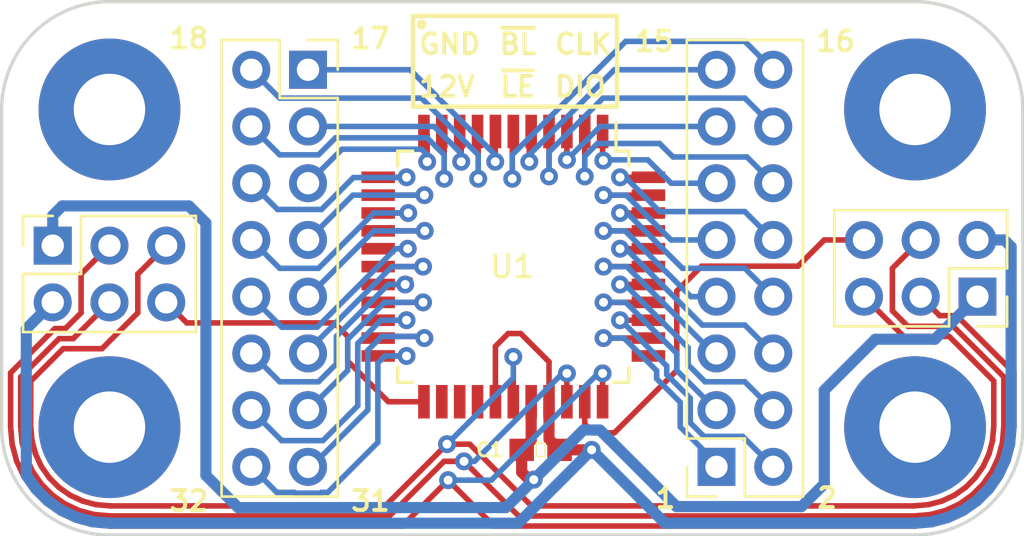
<source format=kicad_pcb>
(kicad_pcb (version 20171130) (host pcbnew "(5.0.1-3-g963ef8bb5)")

  (general
    (thickness 1.6)
    (drawings 27)
    (tracks 438)
    (zones 0)
    (modules 10)
    (nets 48)
  )

  (page A4)
  (layers
    (0 F.Cu signal)
    (31 B.Cu signal)
    (32 B.Adhes user)
    (33 F.Adhes user)
    (34 B.Paste user)
    (35 F.Paste user)
    (36 B.SilkS user)
    (37 F.SilkS user)
    (38 B.Mask user)
    (39 F.Mask user)
    (40 Dwgs.User user)
    (41 Cmts.User user)
    (42 Eco1.User user)
    (43 Eco2.User user)
    (44 Edge.Cuts user)
    (45 Margin user)
    (46 B.CrtYd user)
    (47 F.CrtYd user)
    (48 B.Fab user)
    (49 F.Fab user)
  )

  (setup
    (last_trace_width 0.25)
    (trace_clearance 0.2)
    (zone_clearance 0.508)
    (zone_45_only no)
    (trace_min 0.2)
    (segment_width 0.2)
    (edge_width 0.15)
    (via_size 0.8)
    (via_drill 0.4)
    (via_min_size 0.4)
    (via_min_drill 0.3)
    (uvia_size 0.3)
    (uvia_drill 0.1)
    (uvias_allowed no)
    (uvia_min_size 0.2)
    (uvia_min_drill 0.1)
    (pcb_text_width 0.3)
    (pcb_text_size 1.5 1.5)
    (mod_edge_width 0.15)
    (mod_text_size 1 1)
    (mod_text_width 0.15)
    (pad_size 6.35 6.35)
    (pad_drill 3.19786)
    (pad_to_mask_clearance 0.051)
    (solder_mask_min_width 0.25)
    (aux_axis_origin 0 0)
    (visible_elements FFFFFF7F)
    (pcbplotparams
      (layerselection 0x010fc_ffffffff)
      (usegerberextensions false)
      (usegerberattributes false)
      (usegerberadvancedattributes false)
      (creategerberjobfile false)
      (excludeedgelayer true)
      (linewidth 0.100000)
      (plotframeref false)
      (viasonmask false)
      (mode 1)
      (useauxorigin false)
      (hpglpennumber 1)
      (hpglpenspeed 20)
      (hpglpendiameter 15.000000)
      (psnegative false)
      (psa4output false)
      (plotreference true)
      (plotvalue true)
      (plotinvisibletext false)
      (padsonsilk false)
      (subtractmaskfromsilk false)
      (outputformat 1)
      (mirror false)
      (drillshape 1)
      (scaleselection 1)
      (outputdirectory ""))
  )

  (net 0 "")
  (net 1 "Net-(J4-Pad11)")
  (net 2 "Net-(J4-Pad12)")
  (net 3 "Net-(J4-Pad13)")
  (net 4 "Net-(J4-Pad14)")
  (net 5 "Net-(J4-Pad15)")
  (net 6 "Net-(J4-Pad16)")
  (net 7 "Net-(J1-Pad1)")
  (net 8 "Net-(J1-Pad2)")
  (net 9 "Net-(J1-Pad3)")
  (net 10 "Net-(J1-Pad4)")
  (net 11 "Net-(J1-Pad5)")
  (net 12 "Net-(J1-Pad6)")
  (net 13 "Net-(J1-Pad7)")
  (net 14 "Net-(J1-Pad8)")
  (net 15 "Net-(J1-Pad9)")
  (net 16 "Net-(J1-Pad10)")
  (net 17 "Net-(J1-Pad11)")
  (net 18 "Net-(J1-Pad12)")
  (net 19 "Net-(J1-Pad13)")
  (net 20 "Net-(J1-Pad14)")
  (net 21 "Net-(J1-Pad15)")
  (net 22 "Net-(J1-Pad16)")
  (net 23 /DO)
  (net 24 "Net-(U1-Pad24)")
  (net 25 "Net-(U1-Pad25)")
  (net 26 "Net-(U1-Pad26)")
  (net 27 +12V)
  (net 28 /CLK)
  (net 29 GND)
  (net 30 /~LE)
  (net 31 /DI)
  (net 32 /~BL)
  (net 33 "Net-(U1-Pad34)")
  (net 34 "Net-(J4-Pad1)")
  (net 35 "Net-(J4-Pad2)")
  (net 36 "Net-(J4-Pad3)")
  (net 37 "Net-(J4-Pad4)")
  (net 38 "Net-(J4-Pad5)")
  (net 39 "Net-(J4-Pad6)")
  (net 40 "Net-(J4-Pad7)")
  (net 41 "Net-(J4-Pad8)")
  (net 42 "Net-(J4-Pad9)")
  (net 43 "Net-(J4-Pad10)")
  (net 44 "Net-(H1-PadP1)")
  (net 45 "Net-(H2-PadP1)")
  (net 46 "Net-(H3-PadP1)")
  (net 47 "Net-(H4-PadP1)")

  (net_class Default "This is the default net class."
    (clearance 0.2)
    (trace_width 0.25)
    (via_dia 0.8)
    (via_drill 0.4)
    (uvia_dia 0.3)
    (uvia_drill 0.1)
    (add_net +12V)
    (add_net /CLK)
    (add_net /DI)
    (add_net /DO)
    (add_net /~BL)
    (add_net /~LE)
    (add_net GND)
    (add_net "Net-(H1-PadP1)")
    (add_net "Net-(H2-PadP1)")
    (add_net "Net-(H3-PadP1)")
    (add_net "Net-(H4-PadP1)")
    (add_net "Net-(J1-Pad1)")
    (add_net "Net-(J1-Pad10)")
    (add_net "Net-(J1-Pad11)")
    (add_net "Net-(J1-Pad12)")
    (add_net "Net-(J1-Pad13)")
    (add_net "Net-(J1-Pad14)")
    (add_net "Net-(J1-Pad15)")
    (add_net "Net-(J1-Pad16)")
    (add_net "Net-(J1-Pad2)")
    (add_net "Net-(J1-Pad3)")
    (add_net "Net-(J1-Pad4)")
    (add_net "Net-(J1-Pad5)")
    (add_net "Net-(J1-Pad6)")
    (add_net "Net-(J1-Pad7)")
    (add_net "Net-(J1-Pad8)")
    (add_net "Net-(J1-Pad9)")
    (add_net "Net-(J4-Pad1)")
    (add_net "Net-(J4-Pad10)")
    (add_net "Net-(J4-Pad11)")
    (add_net "Net-(J4-Pad12)")
    (add_net "Net-(J4-Pad13)")
    (add_net "Net-(J4-Pad14)")
    (add_net "Net-(J4-Pad15)")
    (add_net "Net-(J4-Pad16)")
    (add_net "Net-(J4-Pad2)")
    (add_net "Net-(J4-Pad3)")
    (add_net "Net-(J4-Pad4)")
    (add_net "Net-(J4-Pad5)")
    (add_net "Net-(J4-Pad6)")
    (add_net "Net-(J4-Pad7)")
    (add_net "Net-(J4-Pad8)")
    (add_net "Net-(J4-Pad9)")
    (add_net "Net-(U1-Pad24)")
    (add_net "Net-(U1-Pad25)")
    (add_net "Net-(U1-Pad26)")
    (add_net "Net-(U1-Pad34)")
  )

  (module Package_QFP:PQFP-44_10x10mm_P0.8mm (layer F.Cu) (tedit 5CAD503E) (tstamp 5CC22366)
    (at 124.506 93.904 270)
    (descr "44-Lead Plastic Quad Flatpack - 10x10x2.5mm Body (http://www.onsemi.com/pub/Collateral/122BK.PDF)")
    (tags "PQFP 0.8")
    (path /5CA9335F)
    (attr smd)
    (fp_text reference U1 (at 0 0.046) (layer F.SilkS)
      (effects (font (size 1 1) (thickness 0.15)))
    )
    (fp_text value HV5530PG-G-44PQF (at 0 7.8 270) (layer F.Fab) hide
      (effects (font (size 1 1) (thickness 0.15)))
    )
    (fp_text user %R (at 0 0) (layer F.Fab)
      (effects (font (size 1 1) (thickness 0.15)))
    )
    (fp_line (start -4 -5) (end 5 -5) (layer F.Fab) (width 0.15))
    (fp_line (start 5 -5) (end 5 5) (layer F.Fab) (width 0.15))
    (fp_line (start 5 5) (end -5 5) (layer F.Fab) (width 0.15))
    (fp_line (start -5 5) (end -5 -4) (layer F.Fab) (width 0.15))
    (fp_line (start -5 -4) (end -4 -5) (layer F.Fab) (width 0.15))
    (fp_line (start -7.05 -7.05) (end -7.05 7.05) (layer F.CrtYd) (width 0.05))
    (fp_line (start 7.05 -7.05) (end 7.05 7.05) (layer F.CrtYd) (width 0.05))
    (fp_line (start -7.05 -7.05) (end 7.05 -7.05) (layer F.CrtYd) (width 0.05))
    (fp_line (start -7.05 7.05) (end 7.05 7.05) (layer F.CrtYd) (width 0.05))
    (fp_line (start -5.175 -5.175) (end -5.175 -4.6) (layer F.SilkS) (width 0.15))
    (fp_line (start 5.175 -5.175) (end 5.175 -4.5) (layer F.SilkS) (width 0.15))
    (fp_line (start 5.175 5.175) (end 5.175 4.5) (layer F.SilkS) (width 0.15))
    (fp_line (start -5.175 5.175) (end -5.175 4.5) (layer F.SilkS) (width 0.15))
    (fp_line (start -5.175 -5.175) (end -4.5 -5.175) (layer F.SilkS) (width 0.15))
    (fp_line (start -5.175 5.175) (end -4.5 5.175) (layer F.SilkS) (width 0.15))
    (fp_line (start 5.175 5.175) (end 4.5 5.175) (layer F.SilkS) (width 0.15))
    (fp_line (start 5.175 -5.175) (end 4.5 -5.175) (layer F.SilkS) (width 0.15))
    (fp_line (start -5.175 -4.6) (end -6.45 -4.6) (layer F.SilkS) (width 0.15))
    (pad 1 smd rect (at -6.05 -4 270) (size 1.5 0.52) (layers F.Cu F.Paste F.Mask)
      (net 1 "Net-(J4-Pad11)"))
    (pad 2 smd rect (at -6.05 -3.2 270) (size 1.5 0.52) (layers F.Cu F.Paste F.Mask)
      (net 2 "Net-(J4-Pad12)"))
    (pad 3 smd rect (at -6.05 -2.4 270) (size 1.5 0.52) (layers F.Cu F.Paste F.Mask)
      (net 3 "Net-(J4-Pad13)"))
    (pad 4 smd rect (at -6.05 -1.6 270) (size 1.5 0.52) (layers F.Cu F.Paste F.Mask)
      (net 4 "Net-(J4-Pad14)"))
    (pad 5 smd rect (at -6.05 -0.8 270) (size 1.5 0.52) (layers F.Cu F.Paste F.Mask)
      (net 5 "Net-(J4-Pad15)"))
    (pad 6 smd rect (at -6.05 0 270) (size 1.5 0.52) (layers F.Cu F.Paste F.Mask)
      (net 6 "Net-(J4-Pad16)"))
    (pad 7 smd rect (at -6.05 0.8 270) (size 1.5 0.52) (layers F.Cu F.Paste F.Mask)
      (net 7 "Net-(J1-Pad1)"))
    (pad 8 smd rect (at -6.05 1.6 270) (size 1.5 0.52) (layers F.Cu F.Paste F.Mask)
      (net 8 "Net-(J1-Pad2)"))
    (pad 9 smd rect (at -6.05 2.4 270) (size 1.5 0.52) (layers F.Cu F.Paste F.Mask)
      (net 9 "Net-(J1-Pad3)"))
    (pad 10 smd rect (at -6.05 3.2 270) (size 1.5 0.52) (layers F.Cu F.Paste F.Mask)
      (net 10 "Net-(J1-Pad4)"))
    (pad 11 smd rect (at -6.05 4 270) (size 1.5 0.52) (layers F.Cu F.Paste F.Mask)
      (net 11 "Net-(J1-Pad5)"))
    (pad 12 smd rect (at -4 6.05 270) (size 0.52 1.5) (layers F.Cu F.Paste F.Mask)
      (net 12 "Net-(J1-Pad6)"))
    (pad 13 smd rect (at -3.2 6.05 270) (size 0.52 1.5) (layers F.Cu F.Paste F.Mask)
      (net 13 "Net-(J1-Pad7)"))
    (pad 14 smd rect (at -2.4 6.05 270) (size 0.52 1.5) (layers F.Cu F.Paste F.Mask)
      (net 14 "Net-(J1-Pad8)"))
    (pad 15 smd rect (at -1.6 6.05 270) (size 0.52 1.5) (layers F.Cu F.Paste F.Mask)
      (net 15 "Net-(J1-Pad9)"))
    (pad 16 smd rect (at -0.8 6.05 270) (size 0.52 1.5) (layers F.Cu F.Paste F.Mask)
      (net 16 "Net-(J1-Pad10)"))
    (pad 17 smd rect (at 0 6.05 270) (size 0.52 1.5) (layers F.Cu F.Paste F.Mask)
      (net 17 "Net-(J1-Pad11)"))
    (pad 18 smd rect (at 0.8 6.05 270) (size 0.52 1.5) (layers F.Cu F.Paste F.Mask)
      (net 18 "Net-(J1-Pad12)"))
    (pad 19 smd rect (at 1.6 6.05 270) (size 0.52 1.5) (layers F.Cu F.Paste F.Mask)
      (net 19 "Net-(J1-Pad13)"))
    (pad 20 smd rect (at 2.4 6.05 270) (size 0.52 1.5) (layers F.Cu F.Paste F.Mask)
      (net 20 "Net-(J1-Pad14)"))
    (pad 21 smd rect (at 3.2 6.05 270) (size 0.52 1.5) (layers F.Cu F.Paste F.Mask)
      (net 21 "Net-(J1-Pad15)"))
    (pad 22 smd rect (at 4 6.05 270) (size 0.52 1.5) (layers F.Cu F.Paste F.Mask)
      (net 22 "Net-(J1-Pad16)"))
    (pad 23 smd rect (at 6.05 4 270) (size 1.5 0.52) (layers F.Cu F.Paste F.Mask)
      (net 23 /DO))
    (pad 24 smd rect (at 6.05 3.2 270) (size 1.5 0.52) (layers F.Cu F.Paste F.Mask)
      (net 24 "Net-(U1-Pad24)"))
    (pad 25 smd rect (at 6.05 2.4 270) (size 1.5 0.52) (layers F.Cu F.Paste F.Mask)
      (net 25 "Net-(U1-Pad25)"))
    (pad 26 smd rect (at 6.05 1.6 270) (size 1.5 0.52) (layers F.Cu F.Paste F.Mask)
      (net 26 "Net-(U1-Pad26)"))
    (pad 27 smd rect (at 6.05 0.8 270) (size 1.5 0.52) (layers F.Cu F.Paste F.Mask)
      (net 27 +12V))
    (pad 28 smd rect (at 6.05 0 270) (size 1.5 0.52) (layers F.Cu F.Paste F.Mask)
      (net 28 /CLK))
    (pad 29 smd rect (at 6.05 -0.8 270) (size 1.5 0.52) (layers F.Cu F.Paste F.Mask)
      (net 29 GND))
    (pad 30 smd rect (at 6.05 -1.6 270) (size 1.5 0.52) (layers F.Cu F.Paste F.Mask)
      (net 27 +12V))
    (pad 31 smd rect (at 6.05 -2.4 270) (size 1.5 0.52) (layers F.Cu F.Paste F.Mask)
      (net 30 /~LE))
    (pad 32 smd rect (at 6.05 -3.2 270) (size 1.5 0.52) (layers F.Cu F.Paste F.Mask)
      (net 31 /DI))
    (pad 33 smd rect (at 6.05 -4 270) (size 1.5 0.52) (layers F.Cu F.Paste F.Mask)
      (net 32 /~BL))
    (pad 34 smd rect (at 4 -6.05 270) (size 0.52 1.5) (layers F.Cu F.Paste F.Mask)
      (net 33 "Net-(U1-Pad34)"))
    (pad 35 smd rect (at 3.2 -6.05 270) (size 0.52 1.5) (layers F.Cu F.Paste F.Mask)
      (net 34 "Net-(J4-Pad1)"))
    (pad 36 smd rect (at 2.4 -6.05 270) (size 0.52 1.5) (layers F.Cu F.Paste F.Mask)
      (net 35 "Net-(J4-Pad2)"))
    (pad 37 smd rect (at 1.6 -6.05 270) (size 0.52 1.5) (layers F.Cu F.Paste F.Mask)
      (net 36 "Net-(J4-Pad3)"))
    (pad 38 smd rect (at 0.8 -6.05 270) (size 0.52 1.5) (layers F.Cu F.Paste F.Mask)
      (net 37 "Net-(J4-Pad4)"))
    (pad 39 smd rect (at 0 -6.05 270) (size 0.52 1.5) (layers F.Cu F.Paste F.Mask)
      (net 38 "Net-(J4-Pad5)"))
    (pad 40 smd rect (at -0.8 -6.05 270) (size 0.52 1.5) (layers F.Cu F.Paste F.Mask)
      (net 39 "Net-(J4-Pad6)"))
    (pad 41 smd rect (at -1.6 -6.05 270) (size 0.52 1.5) (layers F.Cu F.Paste F.Mask)
      (net 40 "Net-(J4-Pad7)"))
    (pad 42 smd rect (at -2.4 -6.05 270) (size 0.52 1.5) (layers F.Cu F.Paste F.Mask)
      (net 41 "Net-(J4-Pad8)"))
    (pad 43 smd rect (at -3.2 -6.05 270) (size 0.52 1.5) (layers F.Cu F.Paste F.Mask)
      (net 42 "Net-(J4-Pad9)"))
    (pad 44 smd rect (at -4 -6.05 270) (size 0.52 1.5) (layers F.Cu F.Paste F.Mask)
      (net 43 "Net-(J4-Pad10)"))
    (model ${KISYS3DMOD}/Package_QFP.3dshapes/PQFP-44_10x10mm_P0.8mm.wrl
      (at (xyz 0 0 0))
      (scale (xyz 1 1 1))
      (rotate (xyz 0 0 0))
    )
    (model "/Library/Application Support/kicad/modules/Package_QFP.pretty/PQFP-44_10x10mm_P0.8mm.kicad_mod"
      (at (xyz 0 0 0))
      (scale (xyz 1 1 1))
      (rotate (xyz 0 0 0))
    )
  )

  (module Connector_PinSocket_2.54mm:PinSocket_2x03_P2.54mm_Vertical (layer F.Cu) (tedit 5CAA21F3) (tstamp 5CC2490F)
    (at 145.288 95.25 270)
    (descr "Through hole straight socket strip, 2x03, 2.54mm pitch, double cols (from Kicad 4.0.7), script generated")
    (tags "Through hole socket strip THT 2x03 2.54mm double row")
    (path /5CB6F9C3)
    (fp_text reference J3 (at -1.27 -2.77 270) (layer F.SilkS) hide
      (effects (font (size 1 1) (thickness 0.15)))
    )
    (fp_text value Conn_01x06 (at -1.27 7.85 270) (layer F.Fab) hide
      (effects (font (size 1 1) (thickness 0.15)))
    )
    (fp_text user %R (at -1.27 2.54) (layer F.Fab) hide
      (effects (font (size 1 1) (thickness 0.15)))
    )
    (fp_line (start -4.34 6.85) (end -4.34 -1.8) (layer F.CrtYd) (width 0.05))
    (fp_line (start 1.76 6.85) (end -4.34 6.85) (layer F.CrtYd) (width 0.05))
    (fp_line (start 1.76 -1.8) (end 1.76 6.85) (layer F.CrtYd) (width 0.05))
    (fp_line (start -4.34 -1.8) (end 1.76 -1.8) (layer F.CrtYd) (width 0.05))
    (fp_line (start 0 -1.33) (end 1.33 -1.33) (layer F.SilkS) (width 0.12))
    (fp_line (start 1.33 -1.33) (end 1.33 0) (layer F.SilkS) (width 0.12))
    (fp_line (start -1.27 -1.33) (end -1.27 1.27) (layer F.SilkS) (width 0.12))
    (fp_line (start -1.27 1.27) (end 1.33 1.27) (layer F.SilkS) (width 0.12))
    (fp_line (start 1.33 1.27) (end 1.33 6.41) (layer F.SilkS) (width 0.12))
    (fp_line (start -3.87 6.41) (end 1.33 6.41) (layer F.SilkS) (width 0.12))
    (fp_line (start -3.87 -1.33) (end -3.87 6.41) (layer F.SilkS) (width 0.12))
    (fp_line (start -3.87 -1.33) (end -1.27 -1.33) (layer F.SilkS) (width 0.12))
    (fp_line (start -3.81 6.35) (end -3.81 -1.27) (layer F.Fab) (width 0.1))
    (fp_line (start 1.27 6.35) (end -3.81 6.35) (layer F.Fab) (width 0.1))
    (fp_line (start 1.27 -0.27) (end 1.27 6.35) (layer F.Fab) (width 0.1))
    (fp_line (start 0.27 -1.27) (end 1.27 -0.27) (layer F.Fab) (width 0.1))
    (fp_line (start -3.81 -1.27) (end 0.27 -1.27) (layer F.Fab) (width 0.1))
    (pad 6 thru_hole oval (at -2.54 5.08 270) (size 1.7 1.7) (drill 1) (layers *.Cu *.Mask)
      (net 31 /DI))
    (pad 5 thru_hole oval (at 0 5.08 270) (size 1.7 1.7) (drill 1) (layers *.Cu *.Mask)
      (net 28 /CLK))
    (pad 4 thru_hole oval (at -2.54 2.54 270) (size 1.7 1.7) (drill 1) (layers *.Cu *.Mask)
      (net 30 /~LE))
    (pad 3 thru_hole oval (at 0 2.54 270) (size 1.7 1.7) (drill 1) (layers *.Cu *.Mask)
      (net 32 /~BL))
    (pad 2 thru_hole oval (at -2.54 0 270) (size 1.7 1.7) (drill 1) (layers *.Cu *.Mask)
      (net 27 +12V))
    (pad 1 thru_hole rect (at 0 0 270) (size 1.7 1.7) (drill 1) (layers *.Cu *.Mask)
      (net 29 GND))
  )

  (module Connector_PinSocket_2.54mm:PinSocket_2x03_P2.54mm_Vertical (layer F.Cu) (tedit 5CAD3D34) (tstamp 5CC248F4)
    (at 103.886 92.964 90)
    (descr "Through hole straight socket strip, 2x03, 2.54mm pitch, double cols (from Kicad 4.0.7), script generated")
    (tags "Through hole socket strip THT 2x03 2.54mm double row")
    (path /5CB6FBB6)
    (fp_text reference J2 (at -1.27 -2.77 90) (layer F.SilkS) hide
      (effects (font (size 1 1) (thickness 0.15)))
    )
    (fp_text value Conn_01x06 (at -1.27 7.85 90) (layer F.Fab) hide
      (effects (font (size 1 1) (thickness 0.15)))
    )
    (fp_line (start -3.81 -1.27) (end 0.27 -1.27) (layer F.Fab) (width 0.1))
    (fp_line (start 0.27 -1.27) (end 1.27 -0.27) (layer F.Fab) (width 0.1))
    (fp_line (start 1.27 -0.27) (end 1.27 6.35) (layer F.Fab) (width 0.1))
    (fp_line (start 1.27 6.35) (end -3.81 6.35) (layer F.Fab) (width 0.1))
    (fp_line (start -3.81 6.35) (end -3.81 -1.27) (layer F.Fab) (width 0.1))
    (fp_line (start -3.87 -1.33) (end -1.27 -1.33) (layer F.SilkS) (width 0.12))
    (fp_line (start -3.87 -1.33) (end -3.87 6.41) (layer F.SilkS) (width 0.12))
    (fp_line (start -3.87 6.41) (end 1.33 6.41) (layer F.SilkS) (width 0.12))
    (fp_line (start 1.33 1.27) (end 1.33 6.41) (layer F.SilkS) (width 0.12))
    (fp_line (start -1.27 1.27) (end 1.33 1.27) (layer F.SilkS) (width 0.12))
    (fp_line (start -1.27 -1.33) (end -1.27 1.27) (layer F.SilkS) (width 0.12))
    (fp_line (start 1.33 -1.33) (end 1.33 0) (layer F.SilkS) (width 0.12))
    (fp_line (start 0 -1.33) (end 1.33 -1.33) (layer F.SilkS) (width 0.12))
    (fp_line (start -4.34 -1.8) (end 1.76 -1.8) (layer F.CrtYd) (width 0.05))
    (fp_line (start 1.76 -1.8) (end 1.76 6.85) (layer F.CrtYd) (width 0.05))
    (fp_line (start 1.76 6.85) (end -4.34 6.85) (layer F.CrtYd) (width 0.05))
    (fp_line (start -4.34 6.85) (end -4.34 -1.8) (layer F.CrtYd) (width 0.05))
    (fp_text user %R (at -1.27 2.54 180) (layer F.Fab) hide
      (effects (font (size 1 1) (thickness 0.15)))
    )
    (pad 1 thru_hole rect (at 0 0 90) (size 1.7 1.7) (drill 1) (layers *.Cu *.Mask)
      (net 29 GND))
    (pad 2 thru_hole oval (at -2.54 0 90) (size 1.7 1.7) (drill 1) (layers *.Cu *.Mask)
      (net 27 +12V))
    (pad 3 thru_hole oval (at 0 2.54 90) (size 1.7 1.7) (drill 1) (layers *.Cu *.Mask)
      (net 32 /~BL))
    (pad 4 thru_hole oval (at -2.54 2.54 90) (size 1.7 1.7) (drill 1) (layers *.Cu *.Mask)
      (net 30 /~LE))
    (pad 5 thru_hole oval (at 0 5.08 90) (size 1.7 1.7) (drill 1) (layers *.Cu *.Mask)
      (net 28 /CLK))
    (pad 6 thru_hole oval (at -2.54 5.08 90) (size 1.7 1.7) (drill 1) (layers *.Cu *.Mask)
      (net 23 /DO))
  )

  (module STANDOFF-ELECTRICAL (layer F.Cu) (tedit 5CAA2185) (tstamp 5CC2286B)
    (at 106.426 101.092)
    (descr "STANDOFF (#4 SCREW) - W/ ELECTRICAL CONNECTION")
    (tags "STANDOFF (#4 SCREW) - W/ ELECTRICAL CONNECTION")
    (path /5CAD5945)
    (attr virtual)
    (fp_text reference H4 (at 0 -3.81) (layer F.SilkS) hide
      (effects (font (size 0.6096 0.6096) (thickness 0.127)))
    )
    (fp_text value STANDOFF_ELECTRICAL (at 0 3.81) (layer F.SilkS) hide
      (effects (font (size 0.6096 0.6096) (thickness 0.127)))
    )
    (pad P1 thru_hole circle (at 0 0) (size 6.35 6.35) (drill 3.19786) (layers *.Cu *.Mask)
      (net 47 "Net-(H4-PadP1)") (solder_mask_margin 0.1016))
  )

  (module STANDOFF-ELECTRICAL (layer F.Cu) (tedit 5CAA2197) (tstamp 5CC22866)
    (at 106.426 86.868)
    (descr "STANDOFF (#4 SCREW) - W/ ELECTRICAL CONNECTION")
    (tags "STANDOFF (#4 SCREW) - W/ ELECTRICAL CONNECTION")
    (path /5CAD593D)
    (attr virtual)
    (fp_text reference H3 (at 0 -3.81) (layer F.SilkS) hide
      (effects (font (size 0.6096 0.6096) (thickness 0.127)))
    )
    (fp_text value STANDOFF_ELECTRICAL (at 0 3.81) (layer F.SilkS) hide
      (effects (font (size 0.6096 0.6096) (thickness 0.127)))
    )
    (pad P1 thru_hole circle (at 0 0) (size 6.35 6.35) (drill 3.19786) (layers *.Cu *.Mask)
      (net 46 "Net-(H3-PadP1)") (solder_mask_margin 0.1016))
  )

  (module 0603 (layer F.Cu) (tedit 5CAA21C5) (tstamp 5CC22408)
    (at 125.73 102.108 180)
    (descr "GENERIC 1608 (0603) PACKAGE")
    (tags "GENERIC 1608 (0603) PACKAGE")
    (path /5CAF5F4B)
    (attr smd)
    (fp_text reference C1 (at 2.286 0 180) (layer F.SilkS)
      (effects (font (size 0.6096 0.6096) (thickness 0.127)))
    )
    (fp_text value 0.1UF-0603-100V-10% (at 0 1.27 180) (layer F.SilkS) hide
      (effects (font (size 0.6096 0.6096) (thickness 0.127)))
    )
    (fp_line (start -0.8382 0.4699) (end -0.33782 0.4699) (layer Dwgs.User) (width 0.06604))
    (fp_line (start -0.33782 0.4699) (end -0.33782 -0.48006) (layer Dwgs.User) (width 0.06604))
    (fp_line (start -0.8382 -0.48006) (end -0.33782 -0.48006) (layer Dwgs.User) (width 0.06604))
    (fp_line (start -0.8382 0.4699) (end -0.8382 -0.48006) (layer Dwgs.User) (width 0.06604))
    (fp_line (start 0.3302 0.4699) (end 0.82804 0.4699) (layer Dwgs.User) (width 0.06604))
    (fp_line (start 0.82804 0.4699) (end 0.82804 -0.48006) (layer Dwgs.User) (width 0.06604))
    (fp_line (start 0.3302 -0.48006) (end 0.82804 -0.48006) (layer Dwgs.User) (width 0.06604))
    (fp_line (start 0.3302 0.4699) (end 0.3302 -0.48006) (layer Dwgs.User) (width 0.06604))
    (fp_line (start -0.19812 0.29972) (end 0.19812 0.29972) (layer F.SilkS) (width 0.06604))
    (fp_line (start 0.19812 0.29972) (end 0.19812 -0.29972) (layer F.SilkS) (width 0.06604))
    (fp_line (start -0.19812 -0.29972) (end 0.19812 -0.29972) (layer F.SilkS) (width 0.06604))
    (fp_line (start -0.19812 0.29972) (end -0.19812 -0.29972) (layer F.SilkS) (width 0.06604))
    (fp_line (start -1.59766 -0.6985) (end 1.59766 -0.6985) (layer F.CrtYd) (width 0.0508))
    (fp_line (start 1.59766 -0.6985) (end 1.59766 0.6985) (layer F.CrtYd) (width 0.0508))
    (fp_line (start 1.59766 0.6985) (end -1.59766 0.6985) (layer F.CrtYd) (width 0.0508))
    (fp_line (start -1.59766 0.6985) (end -1.59766 -0.6985) (layer F.CrtYd) (width 0.0508))
    (fp_line (start -0.3556 -0.4318) (end 0.3556 -0.4318) (layer Dwgs.User) (width 0.1016))
    (fp_line (start -0.3556 0.41656) (end 0.3556 0.41656) (layer Dwgs.User) (width 0.1016))
    (pad 1 smd rect (at -0.84836 0 180) (size 1.09982 0.99822) (layers F.Cu F.Paste F.Mask)
      (net 27 +12V) (solder_mask_margin 0.1016))
    (pad 2 smd rect (at 0.84836 0 180) (size 1.09982 0.99822) (layers F.Cu F.Paste F.Mask)
      (net 29 GND) (solder_mask_margin 0.1016))
  )

  (module STANDOFF-ELECTRICAL (layer F.Cu) (tedit 5CAA21D8) (tstamp 5CC223F0)
    (at 142.494 86.868)
    (descr "STANDOFF (#4 SCREW) - W/ ELECTRICAL CONNECTION")
    (tags "STANDOFF (#4 SCREW) - W/ ELECTRICAL CONNECTION")
    (path /5CAC0DCF)
    (attr virtual)
    (fp_text reference H2 (at 0 -3.81) (layer F.SilkS) hide
      (effects (font (size 0.6096 0.6096) (thickness 0.127)))
    )
    (fp_text value STANDOFF_ELECTRICAL (at 0 3.81) (layer F.SilkS) hide
      (effects (font (size 0.6096 0.6096) (thickness 0.127)))
    )
    (pad P1 thru_hole circle (at 0 0) (size 6.35 6.35) (drill 3.19786) (layers *.Cu *.Mask)
      (net 45 "Net-(H2-PadP1)") (solder_mask_margin 0.1016))
  )

  (module STANDOFF-ELECTRICAL (layer F.Cu) (tedit 5CAA21D4) (tstamp 5CC223EB)
    (at 142.494 101.092)
    (descr "STANDOFF (#4 SCREW) - W/ ELECTRICAL CONNECTION")
    (tags "STANDOFF (#4 SCREW) - W/ ELECTRICAL CONNECTION")
    (path /5CAC0A6D)
    (attr virtual)
    (fp_text reference H1 (at 0 -3.81) (layer F.SilkS) hide
      (effects (font (size 0.6096 0.6096) (thickness 0.127)))
    )
    (fp_text value STANDOFF_ELECTRICAL (at 0 3.81) (layer F.SilkS) hide
      (effects (font (size 0.6096 0.6096) (thickness 0.127)))
    )
    (pad P1 thru_hole circle (at 0 0) (size 6.35 6.35) (drill 3.19786) (layers *.Cu *.Mask)
      (net 44 "Net-(H1-PadP1)") (solder_mask_margin 0.1016))
  )

  (module Connector_PinSocket_2.54mm:PinSocket_2x08_P2.54mm_Vertical (layer F.Cu) (tedit 5CAA21DE) (tstamp 5CC2329F)
    (at 133.604 102.87 180)
    (descr "Through hole straight socket strip, 2x08, 2.54mm pitch, double cols (from Kicad 4.0.7), script generated")
    (tags "Through hole socket strip THT 2x08 2.54mm double row")
    (path /5CA9DCC3)
    (fp_text reference J4 (at -1.27 -2.77 180) (layer F.SilkS) hide
      (effects (font (size 1 1) (thickness 0.15)))
    )
    (fp_text value Conn_02x08_Counter_Clockwise (at -1.27 20.55 180) (layer F.Fab) hide
      (effects (font (size 1 1) (thickness 0.15)))
    )
    (fp_line (start -3.81 -1.27) (end 0.27 -1.27) (layer F.Fab) (width 0.1))
    (fp_line (start 0.27 -1.27) (end 1.27 -0.27) (layer F.Fab) (width 0.1))
    (fp_line (start 1.27 -0.27) (end 1.27 19.05) (layer F.Fab) (width 0.1))
    (fp_line (start 1.27 19.05) (end -3.81 19.05) (layer F.Fab) (width 0.1))
    (fp_line (start -3.81 19.05) (end -3.81 -1.27) (layer F.Fab) (width 0.1))
    (fp_line (start -3.87 -1.33) (end -1.27 -1.33) (layer F.SilkS) (width 0.12))
    (fp_line (start -3.87 -1.33) (end -3.87 19.11) (layer F.SilkS) (width 0.12))
    (fp_line (start -3.87 19.11) (end 1.33 19.11) (layer F.SilkS) (width 0.12))
    (fp_line (start 1.33 1.27) (end 1.33 19.11) (layer F.SilkS) (width 0.12))
    (fp_line (start -1.27 1.27) (end 1.33 1.27) (layer F.SilkS) (width 0.12))
    (fp_line (start -1.27 -1.33) (end -1.27 1.27) (layer F.SilkS) (width 0.12))
    (fp_line (start 1.33 -1.33) (end 1.33 0) (layer F.SilkS) (width 0.12))
    (fp_line (start 0 -1.33) (end 1.33 -1.33) (layer F.SilkS) (width 0.12))
    (fp_line (start -4.34 -1.8) (end 1.76 -1.8) (layer F.CrtYd) (width 0.05))
    (fp_line (start 1.76 -1.8) (end 1.76 19.55) (layer F.CrtYd) (width 0.05))
    (fp_line (start 1.76 19.55) (end -4.34 19.55) (layer F.CrtYd) (width 0.05))
    (fp_line (start -4.34 19.55) (end -4.34 -1.8) (layer F.CrtYd) (width 0.05))
    (fp_text user %R (at -1.27 8.89 270) (layer F.Fab) hide
      (effects (font (size 1 1) (thickness 0.15)))
    )
    (pad 1 thru_hole rect (at 0 0 180) (size 1.7 1.7) (drill 1) (layers *.Cu *.Mask)
      (net 34 "Net-(J4-Pad1)"))
    (pad 2 thru_hole oval (at -2.54 0 180) (size 1.7 1.7) (drill 1) (layers *.Cu *.Mask)
      (net 35 "Net-(J4-Pad2)"))
    (pad 3 thru_hole oval (at 0 2.54 180) (size 1.7 1.7) (drill 1) (layers *.Cu *.Mask)
      (net 36 "Net-(J4-Pad3)"))
    (pad 4 thru_hole oval (at -2.54 2.54 180) (size 1.7 1.7) (drill 1) (layers *.Cu *.Mask)
      (net 37 "Net-(J4-Pad4)"))
    (pad 5 thru_hole oval (at 0 5.08 180) (size 1.7 1.7) (drill 1) (layers *.Cu *.Mask)
      (net 38 "Net-(J4-Pad5)"))
    (pad 6 thru_hole oval (at -2.54 5.08 180) (size 1.7 1.7) (drill 1) (layers *.Cu *.Mask)
      (net 39 "Net-(J4-Pad6)"))
    (pad 7 thru_hole oval (at 0 7.62 180) (size 1.7 1.7) (drill 1) (layers *.Cu *.Mask)
      (net 40 "Net-(J4-Pad7)"))
    (pad 8 thru_hole oval (at -2.54 7.62 180) (size 1.7 1.7) (drill 1) (layers *.Cu *.Mask)
      (net 41 "Net-(J4-Pad8)"))
    (pad 9 thru_hole oval (at 0 10.16 180) (size 1.7 1.7) (drill 1) (layers *.Cu *.Mask)
      (net 42 "Net-(J4-Pad9)"))
    (pad 10 thru_hole oval (at -2.54 10.16 180) (size 1.7 1.7) (drill 1) (layers *.Cu *.Mask)
      (net 43 "Net-(J4-Pad10)"))
    (pad 11 thru_hole oval (at 0 12.7 180) (size 1.7 1.7) (drill 1) (layers *.Cu *.Mask)
      (net 1 "Net-(J4-Pad11)"))
    (pad 12 thru_hole oval (at -2.54 12.7 180) (size 1.7 1.7) (drill 1) (layers *.Cu *.Mask)
      (net 2 "Net-(J4-Pad12)"))
    (pad 13 thru_hole oval (at 0 15.24 180) (size 1.7 1.7) (drill 1) (layers *.Cu *.Mask)
      (net 3 "Net-(J4-Pad13)"))
    (pad 14 thru_hole oval (at -2.54 15.24 180) (size 1.7 1.7) (drill 1) (layers *.Cu *.Mask)
      (net 4 "Net-(J4-Pad14)"))
    (pad 15 thru_hole oval (at 0 17.78 180) (size 1.7 1.7) (drill 1) (layers *.Cu *.Mask)
      (net 5 "Net-(J4-Pad15)"))
    (pad 16 thru_hole oval (at -2.54 17.78 180) (size 1.7 1.7) (drill 1) (layers *.Cu *.Mask)
      (net 6 "Net-(J4-Pad16)"))
  )

  (module Connector_PinSocket_2.54mm:PinSocket_2x08_P2.54mm_Vertical (layer F.Cu) (tedit 5CAA219A) (tstamp 5CC23541)
    (at 115.316 85.09)
    (descr "Through hole straight socket strip, 2x08, 2.54mm pitch, double cols (from Kicad 4.0.7), script generated")
    (tags "Through hole socket strip THT 2x08 2.54mm double row")
    (path /5CAA8804)
    (fp_text reference J1 (at -1.27 -2.77) (layer F.SilkS) hide
      (effects (font (size 1 1) (thickness 0.15)))
    )
    (fp_text value Conn_02x08_Counter_Clockwise (at -1.27 20.55) (layer F.Fab) hide
      (effects (font (size 1 1) (thickness 0.15)))
    )
    (fp_line (start -3.81 -1.27) (end 0.27 -1.27) (layer F.Fab) (width 0.1))
    (fp_line (start 0.27 -1.27) (end 1.27 -0.27) (layer F.Fab) (width 0.1))
    (fp_line (start 1.27 -0.27) (end 1.27 19.05) (layer F.Fab) (width 0.1))
    (fp_line (start 1.27 19.05) (end -3.81 19.05) (layer F.Fab) (width 0.1))
    (fp_line (start -3.81 19.05) (end -3.81 -1.27) (layer F.Fab) (width 0.1))
    (fp_line (start -3.87 -1.33) (end -1.27 -1.33) (layer F.SilkS) (width 0.12))
    (fp_line (start -3.87 -1.33) (end -3.87 19.11) (layer F.SilkS) (width 0.12))
    (fp_line (start -3.87 19.11) (end 1.33 19.11) (layer F.SilkS) (width 0.12))
    (fp_line (start 1.33 1.27) (end 1.33 19.11) (layer F.SilkS) (width 0.12))
    (fp_line (start -1.27 1.27) (end 1.33 1.27) (layer F.SilkS) (width 0.12))
    (fp_line (start -1.27 -1.33) (end -1.27 1.27) (layer F.SilkS) (width 0.12))
    (fp_line (start 1.33 -1.33) (end 1.33 0) (layer F.SilkS) (width 0.12))
    (fp_line (start 0 -1.33) (end 1.33 -1.33) (layer F.SilkS) (width 0.12))
    (fp_line (start -4.34 -1.8) (end 1.76 -1.8) (layer F.CrtYd) (width 0.05))
    (fp_line (start 1.76 -1.8) (end 1.76 19.55) (layer F.CrtYd) (width 0.05))
    (fp_line (start 1.76 19.55) (end -4.34 19.55) (layer F.CrtYd) (width 0.05))
    (fp_line (start -4.34 19.55) (end -4.34 -1.8) (layer F.CrtYd) (width 0.05))
    (fp_text user %R (at -1.27 8.89 90) (layer F.Fab)
      (effects (font (size 1 1) (thickness 0.15)))
    )
    (pad 1 thru_hole rect (at 0 0) (size 1.7 1.7) (drill 1) (layers *.Cu *.Mask)
      (net 7 "Net-(J1-Pad1)"))
    (pad 2 thru_hole oval (at -2.54 0) (size 1.7 1.7) (drill 1) (layers *.Cu *.Mask)
      (net 8 "Net-(J1-Pad2)"))
    (pad 3 thru_hole oval (at 0 2.54) (size 1.7 1.7) (drill 1) (layers *.Cu *.Mask)
      (net 9 "Net-(J1-Pad3)"))
    (pad 4 thru_hole oval (at -2.54 2.54) (size 1.7 1.7) (drill 1) (layers *.Cu *.Mask)
      (net 10 "Net-(J1-Pad4)"))
    (pad 5 thru_hole oval (at 0 5.08) (size 1.7 1.7) (drill 1) (layers *.Cu *.Mask)
      (net 11 "Net-(J1-Pad5)"))
    (pad 6 thru_hole oval (at -2.54 5.08) (size 1.7 1.7) (drill 1) (layers *.Cu *.Mask)
      (net 12 "Net-(J1-Pad6)"))
    (pad 7 thru_hole oval (at 0 7.62) (size 1.7 1.7) (drill 1) (layers *.Cu *.Mask)
      (net 13 "Net-(J1-Pad7)"))
    (pad 8 thru_hole oval (at -2.54 7.62) (size 1.7 1.7) (drill 1) (layers *.Cu *.Mask)
      (net 14 "Net-(J1-Pad8)"))
    (pad 9 thru_hole oval (at 0 10.16) (size 1.7 1.7) (drill 1) (layers *.Cu *.Mask)
      (net 15 "Net-(J1-Pad9)"))
    (pad 10 thru_hole oval (at -2.54 10.16) (size 1.7 1.7) (drill 1) (layers *.Cu *.Mask)
      (net 16 "Net-(J1-Pad10)"))
    (pad 11 thru_hole oval (at 0 12.7) (size 1.7 1.7) (drill 1) (layers *.Cu *.Mask)
      (net 17 "Net-(J1-Pad11)"))
    (pad 12 thru_hole oval (at -2.54 12.7) (size 1.7 1.7) (drill 1) (layers *.Cu *.Mask)
      (net 18 "Net-(J1-Pad12)"))
    (pad 13 thru_hole oval (at 0 15.24) (size 1.7 1.7) (drill 1) (layers *.Cu *.Mask)
      (net 19 "Net-(J1-Pad13)"))
    (pad 14 thru_hole oval (at -2.54 15.24) (size 1.7 1.7) (drill 1) (layers *.Cu *.Mask)
      (net 20 "Net-(J1-Pad14)"))
    (pad 15 thru_hole oval (at 0 17.78) (size 1.7 1.7) (drill 1) (layers *.Cu *.Mask)
      (net 21 "Net-(J1-Pad15)"))
    (pad 16 thru_hole oval (at -2.54 17.78) (size 1.7 1.7) (drill 1) (layers *.Cu *.Mask)
      (net 22 "Net-(J1-Pad16)"))
  )

  (gr_line (start 129.159 82.677) (end 129.159 86.741) (layer F.SilkS) (width 0.2))
  (gr_line (start 120.015 86.741) (end 120.015 82.677) (layer F.SilkS) (width 0.2))
  (gr_circle (center 120.396 83.058) (end 120.523 83.058) (layer F.SilkS) (width 0.2))
  (gr_line (start 129.159 82.677) (end 120.015 82.677) (layer F.SilkS) (width 0.2))
  (gr_line (start 120.015 86.741) (end 129.159 86.741) (layer F.SilkS) (width 0.2))
  (gr_text DIO (at 127.508 85.852) (layer F.SilkS) (tstamp 5CAD378C)
    (effects (font (size 0.889 0.889) (thickness 0.1778)))
  )
  (gr_text ~LE (at 124.714 85.852) (layer F.SilkS) (tstamp 5CAD378C)
    (effects (font (size 0.889 0.889) (thickness 0.1778)))
  )
  (gr_text 12V (at 121.539 85.852) (layer F.SilkS) (tstamp 5CAD378C)
    (effects (font (size 0.889 0.889) (thickness 0.1778)))
  )
  (gr_text CLK (at 127.635 83.947) (layer F.SilkS) (tstamp 5CAD378C)
    (effects (font (size 0.889 0.889) (thickness 0.1778)))
  )
  (gr_text ~BL (at 124.714 83.947) (layer F.SilkS) (tstamp 5CAD378C)
    (effects (font (size 0.889 0.889) (thickness 0.1778)))
  )
  (gr_text GND (at 121.666 83.947) (layer F.SilkS) (tstamp 5CAD378C)
    (effects (font (size 0.889 0.889) (thickness 0.1778)))
  )
  (gr_text 17 (at 118.11 83.693) (layer F.SilkS) (tstamp 5CAD31EE)
    (effects (font (size 0.889 0.889) (thickness 0.1778)))
  )
  (gr_text 32 (at 109.982 104.394) (layer F.SilkS) (tstamp 5CAD31ED)
    (effects (font (size 0.889 0.889) (thickness 0.1778)))
  )
  (gr_text 18 (at 109.982 83.693) (layer F.SilkS) (tstamp 5CAD31EC)
    (effects (font (size 0.889 0.889) (thickness 0.1778)))
  )
  (gr_text 31 (at 118.11 104.394) (layer F.SilkS) (tstamp 5CAD31EB)
    (effects (font (size 0.889 0.889) (thickness 0.1778)))
  )
  (gr_text 2 (at 138.557 104.267) (layer F.SilkS) (tstamp 5CAD2FC0)
    (effects (font (size 0.889 0.889) (thickness 0.1778)))
  )
  (gr_text 1 (at 131.318 104.267) (layer F.SilkS) (tstamp 5CAD2FBF)
    (effects (font (size 0.889 0.889) (thickness 0.1778)))
  )
  (gr_text 16 (at 138.938 83.82) (layer F.SilkS) (tstamp 5CAD2DFE)
    (effects (font (size 0.889 0.889) (thickness 0.1778)))
  )
  (gr_text 15 (at 130.81 83.82) (layer F.SilkS)
    (effects (font (size 0.889 0.889) (thickness 0.1778)))
  )
  (gr_line (start 106.426 105.918) (end 142.494 105.918) (layer Edge.Cuts) (width 0.15))
  (gr_line (start 101.6 86.868) (end 101.6 101.092) (layer Edge.Cuts) (width 0.15))
  (gr_line (start 142.494 82.042) (end 106.426 82.042) (layer Edge.Cuts) (width 0.15))
  (gr_line (start 147.32 101.092) (end 147.32 86.868) (layer Edge.Cuts) (width 0.15))
  (gr_arc (start 106.426 101.092) (end 101.6 101.092) (angle -90) (layer Edge.Cuts) (width 0.15) (tstamp 5CC292C8))
  (gr_arc (start 142.494 101.092) (end 142.494 105.918) (angle -90) (layer Edge.Cuts) (width 0.15) (tstamp 5CC292C8))
  (gr_arc (start 142.494 86.868) (end 147.32 86.868) (angle -90) (layer Edge.Cuts) (width 0.15) (tstamp 5CC292C8))
  (gr_arc (start 106.426 86.868) (end 106.426 82.042) (angle -90) (layer Edge.Cuts) (width 0.15))

  (segment (start 128.706 89.124) (end 128.506 89.324) (width 0.25) (layer B.Cu) (net 1))
  (segment (start 131.572 90.17) (end 130.526 89.124) (width 0.25) (layer B.Cu) (net 1))
  (segment (start 130.526 89.124) (end 128.706 89.124) (width 0.25) (layer B.Cu) (net 1))
  (segment (start 133.604 90.17) (end 131.572 90.17) (width 0.25) (layer B.Cu) (net 1))
  (segment (start 128.506 87.854) (end 128.506 89.124) (width 0.25) (layer F.Cu) (net 1))
  (via (at 128.536865 89.154865) (size 0.8) (drill 0.4) (layers F.Cu B.Cu) (net 1))
  (segment (start 128.506 89.124) (end 128.536865 89.154865) (width 0.25) (layer F.Cu) (net 1))
  (via (at 127.706 89.864) (size 0.8) (drill 0.4) (layers F.Cu B.Cu) (net 2) (tstamp 5CC2732E))
  (segment (start 127.706 89.864) (end 127.706 87.854) (width 0.25) (layer F.Cu) (net 2))
  (segment (start 127.706 88.96041) (end 127.706 89.498315) (width 0.25) (layer B.Cu) (net 2))
  (segment (start 136.144 90.17) (end 134.968999 88.994999) (width 0.25) (layer B.Cu) (net 2))
  (segment (start 128.27441 88.392) (end 127.706 88.96041) (width 0.25) (layer B.Cu) (net 2))
  (segment (start 134.968999 88.994999) (end 131.660196 88.994999) (width 0.25) (layer B.Cu) (net 2))
  (segment (start 131.660196 88.994999) (end 131.057197 88.392) (width 0.25) (layer B.Cu) (net 2))
  (segment (start 131.057197 88.392) (end 128.27441 88.392) (width 0.25) (layer B.Cu) (net 2))
  (segment (start 127.706 89.498315) (end 127.706 90.064) (width 0.25) (layer B.Cu) (net 2))
  (via (at 126.906 89.124) (size 0.8) (drill 0.4) (layers F.Cu B.Cu) (net 3) (tstamp 5CC28160))
  (segment (start 126.906 89.124) (end 126.906 87.854) (width 0.25) (layer F.Cu) (net 3))
  (segment (start 128.4 87.63) (end 126.906 89.124) (width 0.25) (layer B.Cu) (net 3))
  (segment (start 133.604 87.63) (end 128.4 87.63) (width 0.25) (layer B.Cu) (net 3))
  (via (at 126.106 89.864) (size 0.8) (drill 0.4) (layers F.Cu B.Cu) (net 4) (tstamp 5CC2732E))
  (segment (start 126.106 90.064) (end 126.106 87.854) (width 0.25) (layer F.Cu) (net 4) (tstamp 5CC2732F))
  (segment (start 126.106 88.778) (end 126.106 89.498315) (width 0.25) (layer B.Cu) (net 4))
  (segment (start 128.524 86.36) (end 126.106 88.778) (width 0.25) (layer B.Cu) (net 4))
  (segment (start 126.106 89.498315) (end 126.106 90.064) (width 0.25) (layer B.Cu) (net 4))
  (segment (start 134.874 86.36) (end 128.524 86.36) (width 0.25) (layer B.Cu) (net 4))
  (segment (start 136.144 87.63) (end 134.874 86.36) (width 0.25) (layer B.Cu) (net 4))
  (segment (start 125.222 89.408) (end 125.222 89.408) (width 0.25) (layer B.Cu) (net 5))
  (via (at 125.222 89.208) (size 0.8) (drill 0.4) (layers F.Cu B.Cu) (net 5))
  (segment (start 125.222 87.938) (end 125.306 87.854) (width 0.25) (layer F.Cu) (net 5))
  (segment (start 125.222 89.408) (end 125.222 87.938) (width 0.25) (layer F.Cu) (net 5))
  (segment (start 129.032 85.09) (end 133.604 85.09) (width 0.25) (layer B.Cu) (net 5))
  (segment (start 125.222 88.9) (end 129.032 85.09) (width 0.25) (layer B.Cu) (net 5))
  (segment (start 125.222 89.408) (end 125.222 88.9) (width 0.25) (layer B.Cu) (net 5))
  (via (at 124.46 89.97) (size 0.8) (drill 0.4) (layers F.Cu B.Cu) (net 6) (tstamp 5CC25FF5))
  (segment (start 124.46 87.9) (end 124.506 87.854) (width 0.25) (layer F.Cu) (net 6))
  (segment (start 124.46 90.17) (end 124.46 87.9) (width 0.25) (layer F.Cu) (net 6))
  (segment (start 134.874 83.82) (end 136.144 85.09) (width 0.25) (layer B.Cu) (net 6))
  (segment (start 129.54 83.82) (end 134.874 83.82) (width 0.25) (layer B.Cu) (net 6))
  (segment (start 124.46 88.9) (end 129.54 83.82) (width 0.25) (layer B.Cu) (net 6))
  (segment (start 124.46 90.17) (end 124.46 88.9) (width 0.25) (layer B.Cu) (net 6))
  (via (at 123.698 89.208) (size 0.8) (drill 0.4) (layers F.Cu B.Cu) (net 7) (tstamp 5CC25CDD))
  (segment (start 123.698 87.862) (end 123.706 87.854) (width 0.25) (layer F.Cu) (net 7))
  (segment (start 123.698 89.408) (end 123.698 87.862) (width 0.25) (layer F.Cu) (net 7))
  (segment (start 123.698 88.9) (end 123.698 89.208) (width 0.25) (layer B.Cu) (net 7))
  (segment (start 119.888 85.09) (end 123.698 88.9) (width 0.25) (layer B.Cu) (net 7))
  (segment (start 115.316 85.09) (end 119.888 85.09) (width 0.25) (layer B.Cu) (net 7))
  (via (at 122.936 89.97) (size 0.8) (drill 0.4) (layers F.Cu B.Cu) (net 8) (tstamp 5CC25CDD))
  (segment (start 122.936 87.884) (end 122.906 87.854) (width 0.25) (layer F.Cu) (net 8))
  (segment (start 122.936 90.17) (end 122.936 87.884) (width 0.25) (layer F.Cu) (net 8))
  (segment (start 114.046 86.36) (end 112.776 85.09) (width 0.25) (layer B.Cu) (net 8))
  (segment (start 122.936 88.9) (end 120.396 86.36) (width 0.25) (layer B.Cu) (net 8))
  (segment (start 120.396 86.36) (end 114.046 86.36) (width 0.25) (layer B.Cu) (net 8))
  (segment (start 122.936 89.97) (end 122.936 88.9) (width 0.25) (layer B.Cu) (net 8))
  (via (at 122.174 89.208) (size 0.8) (drill 0.4) (layers F.Cu B.Cu) (net 9) (tstamp 5CC25CDD))
  (segment (start 122.174 87.922) (end 122.106 87.854) (width 0.25) (layer F.Cu) (net 9))
  (segment (start 122.174 89.408) (end 122.174 87.922) (width 0.25) (layer F.Cu) (net 9))
  (segment (start 115.316 87.63) (end 120.961685 87.63) (width 0.25) (layer B.Cu) (net 9))
  (segment (start 120.961685 87.63) (end 122.174 88.842315) (width 0.25) (layer B.Cu) (net 9))
  (segment (start 122.174 88.842315) (end 122.174 89.408) (width 0.25) (layer B.Cu) (net 9))
  (via (at 121.412 89.97) (size 0.8) (drill 0.4) (layers F.Cu B.Cu) (net 10) (tstamp 5CC25CDD))
  (segment (start 121.412 90.17) (end 121.412 87.96) (width 0.25) (layer F.Cu) (net 10))
  (segment (start 121.412 87.96) (end 121.306 87.854) (width 0.25) (layer F.Cu) (net 10))
  (segment (start 114.046 88.9) (end 112.776 87.63) (width 0.25) (layer B.Cu) (net 10))
  (segment (start 115.785002 88.9) (end 114.046 88.9) (width 0.25) (layer B.Cu) (net 10))
  (segment (start 116.547002 88.138) (end 115.785002 88.9) (width 0.25) (layer B.Cu) (net 10))
  (segment (start 120.65 88.138) (end 116.547002 88.138) (width 0.25) (layer B.Cu) (net 10))
  (segment (start 121.412 88.9) (end 120.65 88.138) (width 0.25) (layer B.Cu) (net 10))
  (segment (start 121.412 90.17) (end 121.412 88.9) (width 0.25) (layer B.Cu) (net 10))
  (via (at 120.65 89.208) (size 0.8) (drill 0.4) (layers F.Cu B.Cu) (net 11) (tstamp 5CC25CDD))
  (segment (start 120.65 89.408) (end 120.65 87.998) (width 0.25) (layer F.Cu) (net 11))
  (segment (start 120.65 87.998) (end 120.506 87.854) (width 0.25) (layer F.Cu) (net 11))
  (segment (start 120.65 88.9) (end 120.65 89.408) (width 0.25) (layer B.Cu) (net 11))
  (segment (start 120.396 88.646) (end 120.65 88.9) (width 0.25) (layer B.Cu) (net 11))
  (segment (start 116.84 88.646) (end 120.396 88.646) (width 0.25) (layer B.Cu) (net 11))
  (segment (start 115.316 90.17) (end 116.84 88.646) (width 0.25) (layer B.Cu) (net 11))
  (via (at 119.726 89.904) (size 0.8) (drill 0.4) (layers F.Cu B.Cu) (net 12) (tstamp 5CC272A2))
  (segment (start 119.926 89.904) (end 118.456 89.904) (width 0.25) (layer F.Cu) (net 12) (tstamp 5CC272A3))
  (segment (start 112.776 90.17) (end 113.625999 91.019999) (width 0.25) (layer B.Cu) (net 12))
  (segment (start 113.951001 91.345001) (end 115.918999 91.345001) (width 0.25) (layer B.Cu) (net 12))
  (segment (start 113.625999 91.019999) (end 113.951001 91.345001) (width 0.25) (layer B.Cu) (net 12))
  (segment (start 115.918999 91.345001) (end 117.348 89.916) (width 0.25) (layer B.Cu) (net 12))
  (segment (start 117.348 89.916) (end 119.888 89.916) (width 0.25) (layer B.Cu) (net 12))
  (segment (start 120.65 90.678) (end 120.65 90.678) (width 0.25) (layer F.Cu) (net 13) (tstamp 5CC269C5))
  (via (at 120.526 90.704) (size 0.8) (drill 0.4) (layers F.Cu B.Cu) (net 13) (tstamp 5CC26E68))
  (segment (start 120.726 90.704) (end 118.456 90.704) (width 0.25) (layer F.Cu) (net 13) (tstamp 5CC26E69))
  (segment (start 117.322 90.704) (end 120.726 90.704) (width 0.25) (layer B.Cu) (net 13))
  (segment (start 115.316 92.71) (end 117.322 90.704) (width 0.25) (layer B.Cu) (net 13))
  (via (at 119.802 91.504) (size 0.8) (drill 0.4) (layers F.Cu B.Cu) (net 14) (tstamp 5CC26DDE))
  (segment (start 120.002 91.504) (end 118.456 91.504) (width 0.25) (layer F.Cu) (net 14) (tstamp 5CC26DDF))
  (segment (start 119.888 91.44) (end 119.888 91.44) (width 0.25) (layer F.Cu) (net 14) (tstamp 5CC269C2))
  (segment (start 120.002 91.504) (end 119.698 91.504) (width 0.25) (layer B.Cu) (net 14))
  (segment (start 118.261002 91.504) (end 120.002 91.504) (width 0.25) (layer B.Cu) (net 14))
  (segment (start 114.046 93.98) (end 115.785002 93.98) (width 0.25) (layer B.Cu) (net 14))
  (segment (start 115.785002 93.98) (end 118.261002 91.504) (width 0.25) (layer B.Cu) (net 14))
  (segment (start 112.776 92.71) (end 114.046 93.98) (width 0.25) (layer B.Cu) (net 14))
  (via (at 120.542 92.304) (size 0.8) (drill 0.4) (layers F.Cu B.Cu) (net 15) (tstamp 5CC26D54))
  (segment (start 120.742 92.304) (end 118.456 92.304) (width 0.25) (layer F.Cu) (net 15) (tstamp 5CC26D55))
  (segment (start 120.65 92.202) (end 120.65 92.202) (width 0.25) (layer F.Cu) (net 15) (tstamp 5CC269C1))
  (segment (start 116.165999 94.400001) (end 115.316 95.25) (width 0.25) (layer B.Cu) (net 15))
  (segment (start 118.262 92.304) (end 116.165999 94.400001) (width 0.25) (layer B.Cu) (net 15))
  (segment (start 120.742 92.304) (end 118.262 92.304) (width 0.25) (layer B.Cu) (net 15))
  (via (at 119.78 93.104) (size 0.8) (drill 0.4) (layers F.Cu B.Cu) (net 16) (tstamp 5CC26CCA))
  (segment (start 119.98 93.104) (end 118.494 93.104) (width 0.25) (layer F.Cu) (net 16) (tstamp 5CC26CCB))
  (segment (start 119.888 92.964) (end 119.888 92.964) (width 0.25) (layer F.Cu) (net 16) (tstamp 5CC269C4))
  (segment (start 113.625999 96.099999) (end 112.776 95.25) (width 0.25) (layer B.Cu) (net 16))
  (segment (start 119.98 93.104) (end 119.237178 93.104) (width 0.25) (layer B.Cu) (net 16))
  (segment (start 114.140999 96.614999) (end 113.625999 96.099999) (width 0.25) (layer B.Cu) (net 16))
  (segment (start 115.726179 96.614999) (end 114.140999 96.614999) (width 0.25) (layer B.Cu) (net 16))
  (segment (start 119.237178 93.104) (end 115.726179 96.614999) (width 0.25) (layer B.Cu) (net 16))
  (via (at 120.466 93.904) (size 0.8) (drill 0.4) (layers F.Cu B.Cu) (net 17) (tstamp 5CC26BBB))
  (segment (start 120.666 93.904) (end 118.456 93.904) (width 0.25) (layer F.Cu) (net 17) (tstamp 5CC26BBC))
  (segment (start 120.65 93.726) (end 120.65 93.726) (width 0.25) (layer F.Cu) (net 17) (tstamp 5CC269C3))
  (segment (start 115.316 97.661589) (end 115.316 97.79) (width 0.25) (layer B.Cu) (net 17))
  (segment (start 119.073589 93.904) (end 115.316 97.661589) (width 0.25) (layer B.Cu) (net 17))
  (segment (start 120.666 93.904) (end 119.073589 93.904) (width 0.25) (layer B.Cu) (net 17))
  (via (at 119.666 94.704) (size 0.8) (drill 0.4) (layers F.Cu B.Cu) (net 18) (tstamp 5CC26AEE))
  (segment (start 119.866 94.704) (end 118.456 94.704) (width 0.25) (layer F.Cu) (net 18) (tstamp 5CC26AEF))
  (segment (start 119.888 94.488) (end 119.888 94.488) (width 0.25) (layer F.Cu) (net 18) (tstamp 5CC269C6))
  (segment (start 115.785002 99.06) (end 114.046 99.06) (width 0.25) (layer B.Cu) (net 18))
  (segment (start 116.586 97.028) (end 116.586 98.259002) (width 0.25) (layer B.Cu) (net 18))
  (segment (start 119.866 94.704) (end 118.91 94.704) (width 0.25) (layer B.Cu) (net 18))
  (segment (start 116.586 98.259002) (end 115.785002 99.06) (width 0.25) (layer B.Cu) (net 18))
  (segment (start 114.046 99.06) (end 112.776 97.79) (width 0.25) (layer B.Cu) (net 18))
  (segment (start 118.91 94.704) (end 116.586 97.028) (width 0.25) (layer B.Cu) (net 18))
  (via (at 120.466 95.504) (size 0.8) (drill 0.4) (layers F.Cu B.Cu) (net 19) (tstamp 5CC2732E))
  (segment (start 120.666 95.504) (end 118.456 95.504) (width 0.25) (layer F.Cu) (net 19) (tstamp 5CC2732F))
  (segment (start 115.316 100.33) (end 117.094 98.552) (width 0.25) (layer B.Cu) (net 19))
  (segment (start 117.094 98.552) (end 117.094 97.15641) (width 0.25) (layer B.Cu) (net 19))
  (segment (start 118.74641 95.504) (end 120.666 95.504) (width 0.25) (layer B.Cu) (net 19))
  (segment (start 117.094 97.15641) (end 118.74641 95.504) (width 0.25) (layer B.Cu) (net 19))
  (segment (start 119.926 96.304) (end 118.456 96.304) (width 0.25) (layer F.Cu) (net 20) (tstamp 5CC282E1))
  (segment (start 119.926 96.304) (end 118.58282 96.304) (width 0.25) (layer B.Cu) (net 20))
  (segment (start 117.54401 97.34281) (end 117.54401 100.13399) (width 0.25) (layer B.Cu) (net 20))
  (segment (start 118.58282 96.304) (end 117.54401 97.34281) (width 0.25) (layer B.Cu) (net 20))
  (segment (start 113.625999 101.179999) (end 112.776 100.33) (width 0.25) (layer B.Cu) (net 20))
  (segment (start 114.140999 101.694999) (end 113.625999 101.179999) (width 0.25) (layer B.Cu) (net 20))
  (segment (start 115.983001 101.694999) (end 114.140999 101.694999) (width 0.25) (layer B.Cu) (net 20))
  (segment (start 117.54401 100.13399) (end 115.983001 101.694999) (width 0.25) (layer B.Cu) (net 20))
  (via (at 119.726 96.30299) (size 0.8) (drill 0.4) (layers F.Cu B.Cu) (net 20))
  (via (at 120.526 97.10299) (size 0.8) (drill 0.4) (layers F.Cu B.Cu) (net 21) (tstamp 5CC2A459))
  (segment (start 120.374 97.028) (end 120.574 97.028) (width 0.25) (layer B.Cu) (net 21))
  (segment (start 118.618 97.028) (end 120.374 97.028) (width 0.25) (layer B.Cu) (net 21))
  (segment (start 117.99402 97.65198) (end 118.618 97.028) (width 0.25) (layer B.Cu) (net 21))
  (segment (start 117.99402 100.32039) (end 117.99402 97.65198) (width 0.25) (layer B.Cu) (net 21))
  (segment (start 115.44441 102.87) (end 117.99402 100.32039) (width 0.25) (layer B.Cu) (net 21))
  (segment (start 115.316 102.87) (end 115.44441 102.87) (width 0.25) (layer B.Cu) (net 21))
  (segment (start 118.532 97.028) (end 118.456 97.104) (width 0.25) (layer F.Cu) (net 21))
  (segment (start 120.374 97.028) (end 118.532 97.028) (width 0.25) (layer F.Cu) (net 21))
  (via (at 119.726 97.904) (size 0.8) (drill 0.4) (layers F.Cu B.Cu) (net 22) (tstamp 5CC282E0))
  (segment (start 119.926 97.904) (end 118.456 97.904) (width 0.25) (layer F.Cu) (net 22) (tstamp 5CC282E1))
  (segment (start 114.751999 104.045001) (end 114.719998 104.013) (width 0.25) (layer B.Cu) (net 22))
  (segment (start 116.205 104.013) (end 115.912002 104.013) (width 0.25) (layer B.Cu) (net 22))
  (segment (start 114.719998 104.013) (end 113.919 104.013) (width 0.25) (layer B.Cu) (net 22))
  (segment (start 115.880001 104.045001) (end 114.751999 104.045001) (width 0.25) (layer B.Cu) (net 22))
  (segment (start 118.44403 101.77397) (end 116.205 104.013) (width 0.25) (layer B.Cu) (net 22))
  (segment (start 115.912002 104.013) (end 115.880001 104.045001) (width 0.25) (layer B.Cu) (net 22))
  (segment (start 118.44403 98.21797) (end 118.44403 101.77397) (width 0.25) (layer B.Cu) (net 22))
  (segment (start 118.758 97.904) (end 118.44403 98.21797) (width 0.25) (layer B.Cu) (net 22))
  (segment (start 113.919 104.013) (end 112.776 102.87) (width 0.25) (layer B.Cu) (net 22))
  (segment (start 119.926 97.904) (end 118.758 97.904) (width 0.25) (layer B.Cu) (net 22))
  (segment (start 109.887001 96.425001) (end 116.491001 96.425001) (width 0.25) (layer F.Cu) (net 23))
  (segment (start 108.966 95.504) (end 109.887001 96.425001) (width 0.25) (layer F.Cu) (net 23))
  (segment (start 116.491001 96.425001) (end 117.094 97.028) (width 0.25) (layer F.Cu) (net 23))
  (segment (start 118.910998 99.954) (end 119.996 99.954) (width 0.25) (layer F.Cu) (net 23))
  (segment (start 117.094 98.137002) (end 118.910998 99.954) (width 0.25) (layer F.Cu) (net 23))
  (segment (start 119.996 99.954) (end 120.506 99.954) (width 0.25) (layer F.Cu) (net 23))
  (segment (start 117.094 97.028) (end 117.094 98.137002) (width 0.25) (layer F.Cu) (net 23))
  (segment (start 126.106 101.63564) (end 126.106 99.954) (width 0.5) (layer F.Cu) (net 27))
  (segment (start 126.57836 102.108) (end 126.106 101.63564) (width 0.5) (layer F.Cu) (net 27))
  (segment (start 126.57836 102.108) (end 128.016 102.108) (width 0.5) (layer F.Cu) (net 27))
  (segment (start 128.016 102.108) (end 128.016 102.108) (width 0.5) (layer F.Cu) (net 27) (tstamp 5CC28403))
  (via (at 128.016 102.108) (size 0.8) (drill 0.4) (layers F.Cu B.Cu) (net 27))
  (segment (start 143.240512 105.325674) (end 142.471078 105.39299) (width 0.5) (layer B.Cu) (net 27))
  (segment (start 143.964339 105.131725) (end 143.240512 105.325674) (width 0.5) (layer B.Cu) (net 27))
  (segment (start 144.643489 104.815032) (end 143.964339 105.131725) (width 0.5) (layer B.Cu) (net 27))
  (segment (start 131.30099 105.39299) (end 128.016 102.108) (width 0.5) (layer B.Cu) (net 27))
  (segment (start 142.471078 105.39299) (end 131.30099 105.39299) (width 0.5) (layer B.Cu) (net 27))
  (segment (start 145.257334 104.385213) (end 144.643489 104.815032) (width 0.5) (layer B.Cu) (net 27))
  (segment (start 146.217031 103.24149) (end 145.787212 103.855335) (width 0.5) (layer B.Cu) (net 27))
  (segment (start 146.533724 102.56234) (end 146.217031 103.24149) (width 0.5) (layer B.Cu) (net 27))
  (segment (start 146.79499 93.014909) (end 146.79499 101.069078) (width 0.5) (layer B.Cu) (net 27))
  (segment (start 146.727673 101.838513) (end 146.533724 102.56234) (width 0.5) (layer B.Cu) (net 27))
  (segment (start 145.288 92.71) (end 146.490081 92.71) (width 0.5) (layer B.Cu) (net 27))
  (segment (start 146.79499 101.069078) (end 146.727673 101.838513) (width 0.5) (layer B.Cu) (net 27))
  (segment (start 146.490081 92.71) (end 146.79499 93.014909) (width 0.5) (layer B.Cu) (net 27))
  (segment (start 145.787212 103.855335) (end 145.257334 104.385213) (width 0.5) (layer B.Cu) (net 27))
  (segment (start 126.110288 99.949712) (end 126.106 99.954) (width 0.25) (layer F.Cu) (net 27))
  (segment (start 125.983288 98.044) (end 125.984 98.044) (width 0.25) (layer F.Cu) (net 27))
  (segment (start 124.275998 96.901) (end 124.840288 96.901) (width 0.25) (layer F.Cu) (net 27))
  (segment (start 123.706 97.470998) (end 124.275998 96.901) (width 0.25) (layer F.Cu) (net 27))
  (segment (start 124.840288 96.901) (end 125.983288 98.044) (width 0.25) (layer F.Cu) (net 27))
  (segment (start 123.706 99.954) (end 123.706 97.470998) (width 0.25) (layer F.Cu) (net 27))
  (segment (start 126.106 98.166712) (end 125.983288 98.044) (width 0.25) (layer F.Cu) (net 27))
  (segment (start 126.106 99.954) (end 126.106 98.166712) (width 0.25) (layer F.Cu) (net 27))
  (segment (start 124.73101 105.39299) (end 127.616001 102.507999) (width 0.5) (layer B.Cu) (net 27))
  (segment (start 106.448923 105.39299) (end 124.73101 105.39299) (width 0.5) (layer B.Cu) (net 27))
  (segment (start 105.679486 105.325673) (end 106.448923 105.39299) (width 0.5) (layer B.Cu) (net 27))
  (segment (start 104.276508 104.81503) (end 104.955662 105.131725) (width 0.5) (layer B.Cu) (net 27))
  (segment (start 104.955662 105.131725) (end 105.679486 105.325673) (width 0.5) (layer B.Cu) (net 27))
  (segment (start 103.132786 103.855334) (end 103.662664 104.385212) (width 0.5) (layer B.Cu) (net 27))
  (segment (start 103.662664 104.385212) (end 104.276508 104.81503) (width 0.5) (layer B.Cu) (net 27))
  (segment (start 102.702967 103.241489) (end 103.132786 103.855334) (width 0.5) (layer B.Cu) (net 27))
  (segment (start 127.616001 102.507999) (end 128.016 102.108) (width 0.5) (layer B.Cu) (net 27))
  (segment (start 102.702967 96.687033) (end 102.702967 103.241489) (width 0.5) (layer B.Cu) (net 27))
  (segment (start 103.886 95.504) (end 102.702967 96.687033) (width 0.5) (layer B.Cu) (net 27))
  (via (at 124.506 97.944) (size 0.8) (drill 0.4) (layers F.Cu B.Cu) (net 28) (tstamp 5CC2732E))
  (segment (start 124.506 97.744) (end 124.506 99.954) (width 0.25) (layer F.Cu) (net 28) (tstamp 5CC2732F))
  (segment (start 105.814592 104.559512) (end 106.482754 104.617968) (width 0.25) (layer F.Cu) (net 28))
  (segment (start 102.900032 99.032788) (end 102.900032 101.035255) (width 0.25) (layer F.Cu) (net 28))
  (segment (start 108.966 92.964) (end 107.696 94.234) (width 0.25) (layer F.Cu) (net 28))
  (segment (start 104.16273 103.789236) (end 104.249978 103.850328) (width 0.25) (layer F.Cu) (net 28))
  (segment (start 106.089979 97.579023) (end 104.353797 97.579023) (width 0.25) (layer F.Cu) (net 28))
  (segment (start 103.376719 102.8525) (end 103.728761 103.355267) (width 0.25) (layer F.Cu) (net 28))
  (segment (start 118.775032 104.617968) (end 121.539 101.854) (width 0.25) (layer F.Cu) (net 28))
  (segment (start 102.958483 101.703403) (end 103.117333 102.296242) (width 0.25) (layer F.Cu) (net 28))
  (segment (start 104.249978 103.850328) (end 104.665497 104.141276) (width 0.25) (layer F.Cu) (net 28))
  (segment (start 103.117333 102.296242) (end 103.376719 102.8525) (width 0.25) (layer F.Cu) (net 28))
  (segment (start 105.098695 104.343278) (end 105.221759 104.400664) (width 0.25) (layer F.Cu) (net 28))
  (segment (start 106.482754 104.617968) (end 118.775032 104.617968) (width 0.25) (layer F.Cu) (net 28))
  (segment (start 102.900032 101.035255) (end 102.958483 101.703403) (width 0.25) (layer F.Cu) (net 28))
  (segment (start 104.353797 97.579023) (end 102.900032 99.032788) (width 0.25) (layer F.Cu) (net 28))
  (segment (start 124.506 98.886994) (end 121.938999 101.453995) (width 0.25) (layer B.Cu) (net 28))
  (segment (start 107.696 95.973002) (end 106.089979 97.579023) (width 0.25) (layer F.Cu) (net 28))
  (segment (start 104.665497 104.141276) (end 104.708669 104.161407) (width 0.25) (layer F.Cu) (net 28))
  (segment (start 104.708669 104.161407) (end 104.930722 104.264952) (width 0.25) (layer F.Cu) (net 28))
  (segment (start 121.539 101.854) (end 121.539 101.853994) (width 0.25) (layer F.Cu) (net 28))
  (segment (start 107.696 94.234) (end 107.696 95.973002) (width 0.25) (layer F.Cu) (net 28))
  (segment (start 104.930722 104.264952) (end 104.937514 104.262688) (width 0.25) (layer F.Cu) (net 28))
  (segment (start 121.938999 101.453995) (end 121.539 101.853994) (width 0.25) (layer B.Cu) (net 28))
  (via (at 121.539 101.853994) (size 0.8) (drill 0.4) (layers F.Cu B.Cu) (net 28))
  (segment (start 103.728761 103.355267) (end 104.16273 103.789236) (width 0.25) (layer F.Cu) (net 28))
  (segment (start 124.506 97.744) (end 124.506 98.886994) (width 0.25) (layer B.Cu) (net 28))
  (segment (start 105.221759 104.400664) (end 105.814592 104.559512) (width 0.25) (layer F.Cu) (net 28))
  (segment (start 104.937514 104.262688) (end 105.098695 104.343278) (width 0.25) (layer F.Cu) (net 28))
  (segment (start 122.104685 101.853994) (end 121.539 101.853994) (width 0.25) (layer F.Cu) (net 28))
  (segment (start 125.318968 104.617968) (end 122.554994 101.853994) (width 0.25) (layer F.Cu) (net 28))
  (segment (start 142.437256 104.617968) (end 125.318968 104.617968) (width 0.25) (layer F.Cu) (net 28))
  (segment (start 144.254504 104.141277) (end 143.69824 104.400667) (width 0.25) (layer F.Cu) (net 28))
  (segment (start 144.757264 103.789241) (end 144.254504 104.141277) (width 0.25) (layer F.Cu) (net 28))
  (segment (start 145.543275 102.852505) (end 145.191236 103.355269) (width 0.25) (layer F.Cu) (net 28))
  (segment (start 122.554994 101.853994) (end 122.104685 101.853994) (width 0.25) (layer F.Cu) (net 28))
  (segment (start 145.961513 101.703406) (end 145.802662 102.29625) (width 0.25) (layer F.Cu) (net 28))
  (segment (start 146.019968 99.029968) (end 146.019968 101.035249) (width 0.25) (layer F.Cu) (net 28))
  (segment (start 144.018 97.028) (end 146.019968 99.029968) (width 0.25) (layer F.Cu) (net 28))
  (segment (start 141.986 97.028) (end 144.018 97.028) (width 0.25) (layer F.Cu) (net 28))
  (segment (start 143.69824 104.400667) (end 143.105408 104.559515) (width 0.25) (layer F.Cu) (net 28))
  (segment (start 145.802662 102.29625) (end 145.543275 102.852505) (width 0.25) (layer F.Cu) (net 28))
  (segment (start 140.208 95.25) (end 141.986 97.028) (width 0.25) (layer F.Cu) (net 28))
  (segment (start 143.105408 104.559515) (end 142.437256 104.617968) (width 0.25) (layer F.Cu) (net 28))
  (segment (start 146.019968 101.035249) (end 145.961513 101.703406) (width 0.25) (layer F.Cu) (net 28))
  (segment (start 145.191236 103.355269) (end 144.757264 103.789241) (width 0.25) (layer F.Cu) (net 28))
  (segment (start 125.306 101.68364) (end 125.306 99.954) (width 0.5) (layer F.Cu) (net 29))
  (segment (start 124.88164 102.108) (end 125.306 101.68364) (width 0.5) (layer F.Cu) (net 29))
  (segment (start 127.646998 101.219) (end 125.823158 103.04284) (width 0.5) (layer B.Cu) (net 29))
  (segment (start 131.814002 104.648) (end 128.385002 101.219) (width 0.5) (layer B.Cu) (net 29))
  (segment (start 137.414 104.648) (end 131.814002 104.648) (width 0.5) (layer B.Cu) (net 29))
  (via (at 125.423159 103.442839) (size 0.8) (drill 0.4) (layers F.Cu B.Cu) (net 29))
  (segment (start 112.185979 104.692979) (end 124.173019 104.692979) (width 0.5) (layer B.Cu) (net 29))
  (segment (start 143.383 97.155) (end 140.716 97.155) (width 0.5) (layer B.Cu) (net 29))
  (segment (start 138.43 103.632) (end 137.414 104.648) (width 0.5) (layer B.Cu) (net 29))
  (segment (start 145.288 95.25) (end 143.383 97.155) (width 0.5) (layer B.Cu) (net 29))
  (segment (start 124.173019 104.692979) (end 125.02316 103.842838) (width 0.5) (layer B.Cu) (net 29))
  (segment (start 124.88164 103.10711) (end 125.217369 103.442839) (width 0.5) (layer F.Cu) (net 29))
  (segment (start 109.982 91.186) (end 110.744 91.948) (width 0.5) (layer B.Cu) (net 29))
  (segment (start 103.886 92.964) (end 103.886 91.614) (width 0.5) (layer B.Cu) (net 29))
  (segment (start 104.314 91.186) (end 109.982 91.186) (width 0.5) (layer B.Cu) (net 29))
  (segment (start 103.886 91.614) (end 104.314 91.186) (width 0.5) (layer B.Cu) (net 29))
  (segment (start 110.744 103.251) (end 112.185979 104.692979) (width 0.5) (layer B.Cu) (net 29))
  (segment (start 125.217369 103.442839) (end 125.423159 103.442839) (width 0.5) (layer F.Cu) (net 29))
  (segment (start 140.716 97.155) (end 138.43 99.441) (width 0.5) (layer B.Cu) (net 29))
  (segment (start 124.88164 102.108) (end 124.88164 103.10711) (width 0.5) (layer F.Cu) (net 29))
  (segment (start 125.02316 103.842838) (end 125.423159 103.442839) (width 0.5) (layer B.Cu) (net 29))
  (segment (start 110.744 91.948) (end 110.744 103.251) (width 0.5) (layer B.Cu) (net 29))
  (segment (start 138.43 99.441) (end 138.43 103.632) (width 0.5) (layer B.Cu) (net 29))
  (segment (start 128.385002 101.219) (end 127.646998 101.219) (width 0.5) (layer B.Cu) (net 29))
  (segment (start 125.823158 103.04284) (end 125.423159 103.442839) (width 0.5) (layer B.Cu) (net 29))
  (via (at 126.906 98.684) (size 0.8) (drill 0.4) (layers F.Cu B.Cu) (net 30) (tstamp 5CC28160))
  (segment (start 126.906 98.484) (end 126.906 99.954) (width 0.25) (layer F.Cu) (net 30) (tstamp 5CC28161))
  (segment (start 141.478 95.88359) (end 142.172399 96.577989) (width 0.25) (layer F.Cu) (net 30))
  (segment (start 143.183851 105.004381) (end 142.456897 105.067979) (width 0.25) (layer F.Cu) (net 30))
  (segment (start 122.697878 103.022198) (end 122.297879 102.622199) (width 0.25) (layer F.Cu) (net 30))
  (segment (start 146.469979 101.054893) (end 146.406379 101.781851) (width 0.25) (layer F.Cu) (net 30))
  (segment (start 104.167397 97.129012) (end 102.450021 98.846388) (width 0.25) (layer F.Cu) (net 30))
  (segment (start 104.800988 97.129012) (end 104.167397 97.129012) (width 0.25) (layer F.Cu) (net 30))
  (segment (start 143.85275 104.825151) (end 143.183851 105.004381) (width 0.25) (layer F.Cu) (net 30))
  (via (at 122.297879 102.622199) (size 0.8) (drill 0.4) (layers F.Cu B.Cu) (net 30))
  (segment (start 144.2044 96.577989) (end 146.469979 98.843568) (width 0.25) (layer F.Cu) (net 30))
  (segment (start 102.513617 101.781845) (end 102.692847 102.450743) (width 0.25) (layer F.Cu) (net 30))
  (segment (start 126.906 98.484) (end 122.767801 102.622199) (width 0.25) (layer B.Cu) (net 30))
  (segment (start 145.047629 104.135286) (end 144.480366 104.532488) (width 0.25) (layer F.Cu) (net 30))
  (segment (start 122.767801 102.622199) (end 122.297879 102.622199) (width 0.25) (layer B.Cu) (net 30))
  (segment (start 141.478 93.98) (end 141.478 95.88359) (width 0.25) (layer F.Cu) (net 30))
  (segment (start 144.480366 104.532488) (end 143.85275 104.825151) (width 0.25) (layer F.Cu) (net 30))
  (segment (start 142.456897 105.067979) (end 124.743659 105.067979) (width 0.25) (layer F.Cu) (net 30))
  (segment (start 146.227149 102.450752) (end 145.934486 103.078367) (width 0.25) (layer F.Cu) (net 30))
  (segment (start 145.934486 103.078367) (end 145.537283 103.645632) (width 0.25) (layer F.Cu) (net 30))
  (segment (start 105.06725 104.825149) (end 105.736148 105.004378) (width 0.25) (layer F.Cu) (net 30))
  (segment (start 103.872368 104.135284) (end 104.439642 104.532491) (width 0.25) (layer F.Cu) (net 30))
  (segment (start 124.743659 105.067979) (end 122.697878 103.022198) (width 0.25) (layer F.Cu) (net 30))
  (segment (start 102.985508 103.078361) (end 103.382714 103.64563) (width 0.25) (layer F.Cu) (net 30))
  (segment (start 146.406379 101.781851) (end 146.227149 102.450752) (width 0.25) (layer F.Cu) (net 30))
  (segment (start 106.426 95.504) (end 104.800988 97.129012) (width 0.25) (layer F.Cu) (net 30))
  (segment (start 146.469979 98.843568) (end 146.469979 101.054893) (width 0.25) (layer F.Cu) (net 30))
  (segment (start 145.537283 103.645632) (end 145.047629 104.135286) (width 0.25) (layer F.Cu) (net 30))
  (segment (start 102.450021 98.846388) (end 102.450021 101.054887) (width 0.25) (layer F.Cu) (net 30))
  (segment (start 142.172399 96.577989) (end 144.2044 96.577989) (width 0.25) (layer F.Cu) (net 30))
  (segment (start 102.692847 102.450743) (end 102.985508 103.078361) (width 0.25) (layer F.Cu) (net 30))
  (segment (start 104.439642 104.532491) (end 105.06725 104.825149) (width 0.25) (layer F.Cu) (net 30))
  (segment (start 142.748 92.71) (end 141.478 93.98) (width 0.25) (layer F.Cu) (net 30))
  (segment (start 103.382714 103.64563) (end 103.872368 104.135284) (width 0.25) (layer F.Cu) (net 30))
  (segment (start 106.463107 105.067979) (end 118.961432 105.067979) (width 0.25) (layer F.Cu) (net 30))
  (segment (start 102.468633 101.267657) (end 102.513617 101.781845) (width 0.25) (layer F.Cu) (net 30))
  (segment (start 105.736148 105.004378) (end 106.463107 105.067979) (width 0.25) (layer F.Cu) (net 30))
  (segment (start 118.961432 105.067979) (end 121.407212 102.622199) (width 0.25) (layer F.Cu) (net 30))
  (segment (start 102.450021 101.054887) (end 102.468633 101.267657) (width 0.25) (layer F.Cu) (net 30))
  (segment (start 121.407212 102.622199) (end 121.732194 102.622199) (width 0.25) (layer F.Cu) (net 30))
  (segment (start 121.732194 102.622199) (end 122.297879 102.622199) (width 0.25) (layer F.Cu) (net 30))
  (segment (start 132.936999 93.885001) (end 131.826 94.996) (width 0.25) (layer F.Cu) (net 31))
  (segment (start 137.254999 93.885001) (end 132.936999 93.885001) (width 0.25) (layer F.Cu) (net 31))
  (segment (start 138.43 92.71) (end 137.254999 93.885001) (width 0.25) (layer F.Cu) (net 31))
  (segment (start 131.826 94.996) (end 131.826 98.552) (width 0.25) (layer F.Cu) (net 31))
  (segment (start 140.208 92.71) (end 138.43 92.71) (width 0.25) (layer F.Cu) (net 31))
  (segment (start 127.706 100.954) (end 127.706 99.954) (width 0.25) (layer F.Cu) (net 31))
  (segment (start 128.098 101.346) (end 127.706 100.954) (width 0.25) (layer F.Cu) (net 31))
  (segment (start 129.032 101.346) (end 128.098 101.346) (width 0.25) (layer F.Cu) (net 31))
  (segment (start 131.826 98.552) (end 129.032 101.346) (width 0.25) (layer F.Cu) (net 31))
  (via (at 128.506 98.684) (size 0.8) (drill 0.4) (layers F.Cu B.Cu) (net 32) (tstamp 5CC28160))
  (segment (start 128.506 98.484) (end 128.506 99.954) (width 0.25) (layer F.Cu) (net 32) (tstamp 5CC28161))
  (segment (start 146.91999 98.657168) (end 146.91999 101.07454) (width 0.25) (layer F.Cu) (net 32))
  (segment (start 104.450001 96.679001) (end 103.980997 96.679001) (width 0.25) (layer F.Cu) (net 32))
  (segment (start 145.88333 103.935995) (end 145.337993 104.481332) (width 0.25) (layer F.Cu) (net 32))
  (segment (start 144.00725 105.249637) (end 143.262296 105.449246) (width 0.25) (layer F.Cu) (net 32))
  (segment (start 128.506 98.484) (end 123.524956 103.465044) (width 0.25) (layer B.Cu) (net 32))
  (segment (start 102.00001 101.074524) (end 102.01936 101.295723) (width 0.25) (layer F.Cu) (net 32))
  (segment (start 121.189686 103.865043) (end 121.589685 103.465044) (width 0.25) (layer F.Cu) (net 32))
  (segment (start 119.536739 105.51799) (end 121.189686 103.865043) (width 0.25) (layer F.Cu) (net 32))
  (segment (start 102.068752 101.860294) (end 102.268362 102.60525) (width 0.25) (layer F.Cu) (net 32))
  (segment (start 102.268362 102.60525) (end 102.5943 103.304227) (width 0.25) (layer F.Cu) (net 32))
  (segment (start 105.156 95.973002) (end 104.450001 96.679001) (width 0.25) (layer F.Cu) (net 32))
  (segment (start 105.156 94.234) (end 105.156 95.973002) (width 0.25) (layer F.Cu) (net 32))
  (segment (start 122.15537 103.465044) (end 121.589685 103.465044) (width 0.25) (layer B.Cu) (net 32))
  (segment (start 146.91999 101.07454) (end 146.851245 101.860297) (width 0.25) (layer F.Cu) (net 32))
  (segment (start 142.476539 105.51799) (end 123.642631 105.51799) (width 0.25) (layer F.Cu) (net 32))
  (segment (start 103.582004 104.48133) (end 104.213768 104.923696) (width 0.25) (layer F.Cu) (net 32))
  (segment (start 146.325696 103.304231) (end 145.88333 103.935995) (width 0.25) (layer F.Cu) (net 32))
  (via (at 121.589685 103.465044) (size 0.8) (drill 0.4) (layers F.Cu B.Cu) (net 32))
  (segment (start 146.651636 102.605251) (end 146.325696 103.304231) (width 0.25) (layer F.Cu) (net 32))
  (segment (start 146.851245 101.860297) (end 146.651636 102.605251) (width 0.25) (layer F.Cu) (net 32))
  (segment (start 142.748 95.25) (end 143.597999 96.099999) (width 0.25) (layer F.Cu) (net 32))
  (segment (start 106.44346 105.51799) (end 119.536739 105.51799) (width 0.25) (layer F.Cu) (net 32))
  (segment (start 104.213768 104.923696) (end 104.91275 105.249636) (width 0.25) (layer F.Cu) (net 32))
  (segment (start 103.980997 96.679001) (end 102.00001 98.659988) (width 0.25) (layer F.Cu) (net 32))
  (segment (start 103.036669 103.935995) (end 103.582004 104.48133) (width 0.25) (layer F.Cu) (net 32))
  (segment (start 143.262296 105.449246) (end 142.476539 105.51799) (width 0.25) (layer F.Cu) (net 32))
  (segment (start 145.337993 104.481332) (end 144.70623 104.923697) (width 0.25) (layer F.Cu) (net 32))
  (segment (start 102.00001 98.659988) (end 102.00001 101.074524) (width 0.25) (layer F.Cu) (net 32))
  (segment (start 144.70623 104.923697) (end 144.00725 105.249637) (width 0.25) (layer F.Cu) (net 32))
  (segment (start 123.524956 103.465044) (end 122.15537 103.465044) (width 0.25) (layer B.Cu) (net 32))
  (segment (start 106.426 92.964) (end 105.156 94.234) (width 0.25) (layer F.Cu) (net 32))
  (segment (start 143.597999 96.099999) (end 144.362821 96.099999) (width 0.25) (layer F.Cu) (net 32))
  (segment (start 104.91275 105.249636) (end 105.657702 105.449245) (width 0.25) (layer F.Cu) (net 32))
  (segment (start 121.989684 103.865043) (end 121.589685 103.465044) (width 0.25) (layer F.Cu) (net 32))
  (segment (start 102.5943 103.304227) (end 103.036669 103.935995) (width 0.25) (layer F.Cu) (net 32))
  (segment (start 123.642631 105.51799) (end 121.989684 103.865043) (width 0.25) (layer F.Cu) (net 32))
  (segment (start 105.657702 105.449245) (end 106.44346 105.51799) (width 0.25) (layer F.Cu) (net 32))
  (segment (start 144.362821 96.099999) (end 146.91999 98.657168) (width 0.25) (layer F.Cu) (net 32))
  (segment (start 102.01936 101.295723) (end 102.068752 101.860294) (width 0.25) (layer F.Cu) (net 32))
  (via (at 128.546 97.104) (size 0.8) (drill 0.4) (layers F.Cu B.Cu) (net 34) (tstamp 5CC2732E))
  (segment (start 128.346 97.104) (end 130.556 97.104) (width 0.25) (layer F.Cu) (net 34) (tstamp 5CC2732F))
  (segment (start 131.978988 99.977808) (end 130.925979 98.9248) (width 0.25) (layer B.Cu) (net 34))
  (segment (start 133.604 102.87) (end 133.604 102.705413) (width 0.25) (layer B.Cu) (net 34))
  (segment (start 133.604 102.705413) (end 131.978988 101.080401) (width 0.25) (layer B.Cu) (net 34))
  (segment (start 131.978988 101.080401) (end 131.978988 99.977808) (width 0.25) (layer B.Cu) (net 34))
  (segment (start 128.346 97.104) (end 129.464 97.104) (width 0.25) (layer B.Cu) (net 34))
  (segment (start 129.464 97.104) (end 130.925979 98.565979) (width 0.25) (layer B.Cu) (net 34))
  (segment (start 130.925979 98.565979) (end 130.925979 98.806) (width 0.25) (layer B.Cu) (net 34))
  (segment (start 130.925979 98.9248) (end 130.925979 98.806) (width 0.25) (layer B.Cu) (net 34))
  (via (at 129.286 96.304) (size 0.8) (drill 0.4) (layers F.Cu B.Cu) (net 35) (tstamp 5CC28160))
  (segment (start 129.086 96.304) (end 130.556 96.304) (width 0.25) (layer F.Cu) (net 35) (tstamp 5CC28161))
  (segment (start 131.37599 98.35599) (end 131.37599 98.7384) (width 0.25) (layer B.Cu) (net 35))
  (segment (start 134.779001 101.505001) (end 136.144 102.87) (width 0.25) (layer B.Cu) (net 35))
  (segment (start 129.324 96.304) (end 131.37599 98.35599) (width 0.25) (layer B.Cu) (net 35))
  (segment (start 133.039999 101.505001) (end 134.779001 101.505001) (width 0.25) (layer B.Cu) (net 35))
  (segment (start 132.428999 100.894001) (end 133.039999 101.505001) (width 0.25) (layer B.Cu) (net 35))
  (segment (start 132.428999 99.791409) (end 132.428999 100.894001) (width 0.25) (layer B.Cu) (net 35))
  (segment (start 131.37599 98.7384) (end 132.428999 99.791409) (width 0.25) (layer B.Cu) (net 35))
  (segment (start 129.086 96.304) (end 129.324 96.304) (width 0.25) (layer B.Cu) (net 35))
  (via (at 128.546 95.504) (size 0.8) (drill 0.4) (layers F.Cu B.Cu) (net 36) (tstamp 5CC2732E))
  (segment (start 128.346 95.504) (end 130.556 95.504) (width 0.25) (layer F.Cu) (net 36) (tstamp 5CC2732F))
  (segment (start 129.54 95.504) (end 129.343685 95.504) (width 0.25) (layer B.Cu) (net 36))
  (segment (start 131.826 98.552) (end 131.826 97.79) (width 0.25) (layer B.Cu) (net 36))
  (segment (start 133.604 100.33) (end 131.826 98.552) (width 0.25) (layer B.Cu) (net 36))
  (segment (start 129.343685 95.504) (end 128.778 95.504) (width 0.25) (layer B.Cu) (net 36))
  (segment (start 131.826 97.79) (end 129.54 95.504) (width 0.25) (layer B.Cu) (net 36))
  (via (at 129.286 94.704) (size 0.8) (drill 0.4) (layers F.Cu B.Cu) (net 37) (tstamp 5CC28160))
  (segment (start 129.286 94.704) (end 130.556 94.704) (width 0.25) (layer F.Cu) (net 37))
  (segment (start 134.874 99.06) (end 136.144 100.33) (width 0.25) (layer B.Cu) (net 37))
  (segment (start 132.334 98.298) (end 133.096 99.06) (width 0.25) (layer B.Cu) (net 37))
  (segment (start 129.502 94.704) (end 132.334 97.536) (width 0.25) (layer B.Cu) (net 37))
  (segment (start 133.096 99.06) (end 134.874 99.06) (width 0.25) (layer B.Cu) (net 37))
  (segment (start 132.334 97.536) (end 132.334 98.298) (width 0.25) (layer B.Cu) (net 37))
  (segment (start 129.286 94.704) (end 129.502 94.704) (width 0.25) (layer B.Cu) (net 37))
  (via (at 128.546 93.904) (size 0.8) (drill 0.4) (layers F.Cu B.Cu) (net 38) (tstamp 5CC2732E))
  (segment (start 128.346 93.904) (end 130.556 93.904) (width 0.25) (layer F.Cu) (net 38) (tstamp 5CC2732F))
  (segment (start 133.477 97.79) (end 133.604 97.79) (width 0.25) (layer B.Cu) (net 38))
  (segment (start 129.591 93.904) (end 133.477 97.79) (width 0.25) (layer B.Cu) (net 38))
  (segment (start 128.346 93.904) (end 129.591 93.904) (width 0.25) (layer B.Cu) (net 38))
  (via (at 129.286 93.104) (size 0.8) (drill 0.4) (layers F.Cu B.Cu) (net 39) (tstamp 5CC28160))
  (segment (start 129.286 93.104) (end 130.556 93.104) (width 0.25) (layer F.Cu) (net 39))
  (segment (start 132.969 96.52) (end 134.874 96.52) (width 0.25) (layer B.Cu) (net 39))
  (segment (start 129.553 93.104) (end 132.969 96.52) (width 0.25) (layer B.Cu) (net 39))
  (segment (start 134.874 96.52) (end 136.144 97.79) (width 0.25) (layer B.Cu) (net 39))
  (segment (start 129.286 93.104) (end 129.553 93.104) (width 0.25) (layer B.Cu) (net 39))
  (via (at 128.546 92.304) (size 0.8) (drill 0.4) (layers F.Cu B.Cu) (net 40) (tstamp 5CC2732E))
  (segment (start 128.346 92.304) (end 130.556 92.304) (width 0.25) (layer F.Cu) (net 40) (tstamp 5CC2732F))
  (segment (start 132.461 95.25) (end 133.604 95.25) (width 0.25) (layer B.Cu) (net 40))
  (segment (start 129.515 92.304) (end 132.461 95.25) (width 0.25) (layer B.Cu) (net 40))
  (segment (start 128.346 92.304) (end 129.515 92.304) (width 0.25) (layer B.Cu) (net 40))
  (via (at 129.286 91.504) (size 0.8) (drill 0.4) (layers F.Cu B.Cu) (net 41) (tstamp 5CC28160))
  (segment (start 129.086 91.504) (end 130.556 91.504) (width 0.25) (layer F.Cu) (net 41) (tstamp 5CC28161))
  (segment (start 132.08 93.98) (end 129.604 91.504) (width 0.25) (layer B.Cu) (net 41))
  (segment (start 134.874 93.98) (end 132.08 93.98) (width 0.25) (layer B.Cu) (net 41))
  (segment (start 136.144 95.25) (end 134.874 93.98) (width 0.25) (layer B.Cu) (net 41))
  (segment (start 129.086 91.504) (end 129.604 91.504) (width 0.25) (layer B.Cu) (net 41))
  (via (at 128.546 90.704) (size 0.8) (drill 0.4) (layers F.Cu B.Cu) (net 42) (tstamp 5CC2732E))
  (segment (start 129.566 90.704) (end 129.794 90.932) (width 0.25) (layer B.Cu) (net 42))
  (segment (start 128.346 90.704) (end 130.556 90.704) (width 0.25) (layer F.Cu) (net 42) (tstamp 5CC2732F))
  (segment (start 133.604 92.71) (end 131.572 92.71) (width 0.25) (layer B.Cu) (net 42))
  (segment (start 131.572 92.71) (end 129.794 90.932) (width 0.25) (layer B.Cu) (net 42))
  (segment (start 128.346 90.704) (end 129.566 90.704) (width 0.25) (layer B.Cu) (net 42))
  (via (at 129.286 89.904) (size 0.8) (drill 0.4) (layers F.Cu B.Cu) (net 43) (tstamp 5CC28160))
  (segment (start 131.064 91.44) (end 129.54 89.916) (width 0.25) (layer B.Cu) (net 43))
  (segment (start 129.54 89.916) (end 129.098 89.916) (width 0.25) (layer B.Cu) (net 43))
  (segment (start 129.086 89.904) (end 130.556 89.904) (width 0.25) (layer F.Cu) (net 43) (tstamp 5CC28161))
  (segment (start 136.144 92.71) (end 134.874 91.44) (width 0.25) (layer B.Cu) (net 43))
  (segment (start 129.098 89.916) (end 129.086 89.904) (width 0.25) (layer B.Cu) (net 43))
  (segment (start 134.874 91.44) (end 131.064 91.44) (width 0.25) (layer B.Cu) (net 43))

)

</source>
